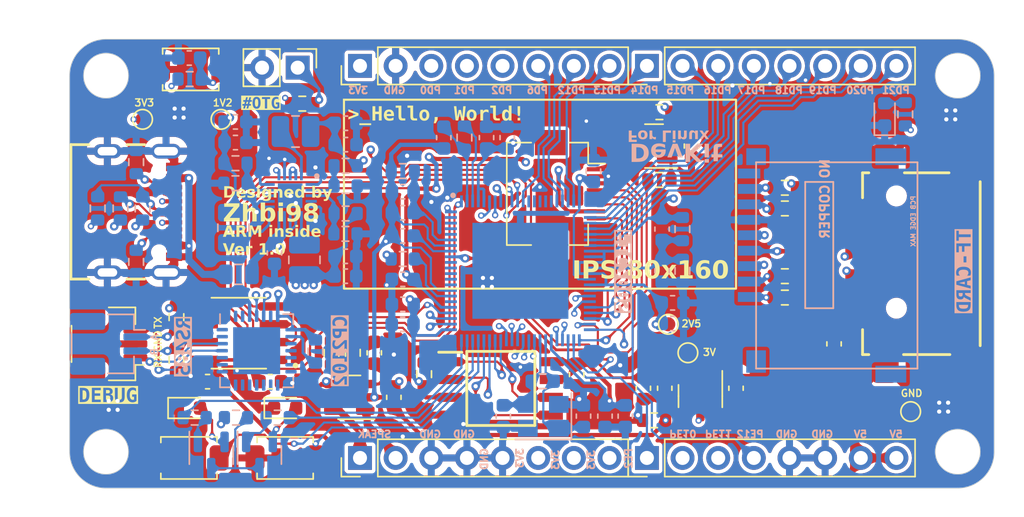
<source format=kicad_pcb>
(kicad_pcb (version 20221018) (generator pcbnew)
  (layers (0 "F.Cu" signal) (1 "In1.Cu" signal) (2 "In2.Cu" signal) (31 "B.Cu" signal) (34 "B.Paste" user) (35 "F.Paste" user) (36 "B.SilkS" user "B.Silkscreen") (37 "F.SilkS" user "F.Silkscreen") (38 "B.Mask" user) (39 "F.Mask" user) (44 "Edge.Cuts" user))
  (net 0 "")
  (net 1 "/OSC_IN")
  (net 2 "GND")
  (net 3 "/OSC_OUT")
  (net 4 "/NRST")
  (net 5 "+1V2")
  (net 6 "+3.3V")
  (net 7 "GNDA")
  (net 8 "+3V0")
  (net 9 "+5V")
  (net 10 "+2V5")
  (net 11 "Net-(IC1-VRA1)")
  (net 12 "Net-(IC1-VRA2)")
  (net 13 "Net-(IC1-SVREF)")
  (net 14 "Net-(C32-Pad1)")
  (net 15 "Net-(U2-IN)")
  (net 16 "Net-(IC1-HPCOMFB)")
  (net 17 "Net-(D1-A)")
  (net 18 "Net-(D2-A)")
  (net 19 "Net-(D3-A)")
  (net 20 "Net-(F1-Pad2)")
  (net 21 "/AUDIO_L")
  (net 22 "Net-(IC1-HPCOM)")
  (net 23 "/PD0")
  (net 24 "/PD1")
  (net 25 "/PD2")
  (net 26 "/RS485_RX")
  (net 27 "/RS485_TX")
  (net 28 "/RS485_DIR")
  (net 29 "/PD6")
  (net 35 "/PD12")
  (net 36 "/PD13")
  (net 37 "/PD14")
  (net 38 "/PD15")
  (net 39 "/PD16")
  (net 40 "/PD17")
  (net 41 "/PD18")
  (net 42 "/PD19")
  (net 43 "/PD20")
  (net 44 "/PD21")
  (net 45 "/PE12")
  (net 46 "/PE11")
  (net 47 "/PE10")
  (net 48 "/LCD_SCL")
  (net 49 "/LCD_SDA")
  (net 50 "/LCD_CS")
  (net 51 "/LCD_PWM")
  (net 52 "/LCD_RST")
  (net 53 "/LCD_RS")
  (net 54 "/USB_ID")
  (net 55 "/PE2")
  (net 56 "/DEBUG_UART_TX")
  (net 57 "/DEBUG_UART_RX")
  (net 58 "/SD_D2")
  (net 59 "/SD_D3")
  (net 60 "/SD_CMD")
  (net 61 "/SD_CLK")
  (net 62 "/SD_D0")
  (net 63 "/SD_D1")
  (net 64 "/SPI_CLK")
  (net 65 "/SPI_CS")
  (net 66 "/SPI_MISO")
  (net 67 "/SPI_MOSI")
  (net 68 "/KEY2")
  (net 69 "/KEY1")
  (net 70 "/LED2")
  (net 71 "/LED1")
  (net 72 "/USBC_DN")
  (net 73 "/USBC_DP")
  (net 75 "Net-(IC1-TV_VCC)")
  (net 85 "/AUDIO_R")
  (net 86 "Net-(IC2-FB3)")
  (net 87 "Net-(IC2-FB2)")
  (net 88 "Net-(IC2-LX2)")
  (net 89 "Net-(IC2-LX1)")
  (net 90 "Net-(IC2-FB1)")
  (net 91 "Net-(IC2-LX3)")
  (net 92 "/interface/USB_DN")
  (net 93 "/interface/USB_DP")
  (net 94 "Net-(J4-CC1)")
  (net 96 "Net-(J4-CC2)")
  (net 97 "/interface/CP2102_DN")
  (net 98 "/interface/CP2102_DP")
  (net 100 "Net-(J6-01)")
  (net 101 "/SPEAKER_N")
  (net 102 "/SPEAKER_P")
  (net 103 "Net-(J12-01)")
  (net 104 "Net-(J12-02)")
  (net 105 "Net-(Q1-B)")
  (net 106 "Net-(Q1-C)")
  (net 107 "Net-(Q2-B)")
  (net 108 "Net-(Q3-B)")
  (net 109 "Net-(Q3-C)")
  (net 110 "Net-(U3-~{RST})")
  (footprint "Resistor_SMD:R_0603_1608Metric" (layer "F.Cu") (at 133.096 104.013 90)
    (fp_text reference "R29" hide)
    (fp_text value "10K")
  )
  (footprint "Connector_PinHeader_2.54mm:PinHeader_1x02_P2.54mm_Vertical" (layer "F.Cu") (at 124.084 82.169 -90)
    (fp_text reference "J7" hide)
    (fp_text value "Conn")
  )
  (footprint "Capacitor_SMD:C_0603_1608Metric" (layer "F.Cu") (at 150.241 105.016 90)
    (fp_text reference "C7" hide)
    (fp_text value "10uF")
  )
  (footprint "Resistor_SMD:R_0603_1608Metric" (layer "F.Cu") (at 149.86 90.17)
    (fp_text reference "R24" hide)
    (fp_text value "1k")
  )
  (footprint "Package_TO_SOT_SMD:SOT-23-3" (layer "F.Cu") (at 152.781 105.574 -90)
    (fp_text reference "U1" hide)
    (fp_text value "XC6206")
  )
  (footprint "Connector_PinHeader_2.54mm:PinHeader_1x08_P2.54mm_Vertical" (layer "F.Cu") (at 148.971 82.042 90)
    (fp_text reference "J9" hide)
    (fp_text value "~")
  )
  (footprint "3rd_Connector_JST_SMD:CONN-SMD_1x3P-P1.0-H_WAFER-SH1.0-3PWB" (layer "F.Cu") (at 110.617 101.854 90)
    (fp_text reference "J2" hide)
    (fp_text value "DBUG UART")
  )
  (footprint "3rd_Connector_USB_SMD:USB-C-SMD_16P_USB4105-GF-A" (layer "F.Cu") (at 110.522 92.4445 -90)
    (fp_text reference "J4" hide)
    (fp_text value "USBC 2.0")
  )
  (footprint "Capacitor_SMD:C_0603_1608Metric" (layer "F.Cu") (at 155.321 105.016 -90)
    (fp_text reference "C5" hide)
    (fp_text value "10uF")
  )
  (footprint "TestPoint:TestPoint_Pad_D1.0mm" (layer "F.Cu") (at 113.03 85.852)
    (fp_text reference "TP1" hide)
    (fp_text value "3.3V")
  )
  (footprint "Resistor_SMD:R_0603_1608Metric" (layer "F.Cu") (at 158.8008 90.7288)
    (fp_text reference "R6" hide)
    (fp_text value "10k")
  )
  (footprint "Capacitor_SMD:C_0603_1608Metric" (layer "F.Cu") (at 148.717 105.016 90)
    (fp_text reference "C8" hide)
    (fp_text value "0.1uF")
  )
  (footprint "Capacitor_SMD:C_0603_1608Metric" (layer "F.Cu") (at 162.306 101.854 -90)
    (fp_text reference "C31" hide)
    (fp_text value "10uF")
  )
  (footprint "TestPoint:TestPoint_Pad_D1.0mm" (layer "F.Cu") (at 150.495 100.457)
    (fp_text reference "TP3" hide)
    (fp_text value "2.5V")
  )
  (footprint "Resistor_SMD:R_0603_1608Metric" (layer "F.Cu") (at 158.8008 97.028)
    (fp_text reference "R20" hide)
    (fp_text value "10k")
  )
  (footprint "Capacitor_SMD:C_0603_1608Metric" (layer "F.Cu") (at 130.937 105.664 90)
    (fp_text reference "C33" hide)
    (fp_text value "10uF")
  )
  (footprint "TestPoint:TestPoint_Pad_D1.0mm" (layer "F.Cu") (at 118.618 85.852)
    (fp_text reference "TP4" hide)
    (fp_text value "1.2V")
  )
  (footprint "Resistor_SMD:R_0603_1608Metric" (layer "F.Cu") (at 115.443 99.949 -90)
    (fp_text reference "R35" hide)
    (fp_text value "12K")
  )
  (footprint "Connector_FFC-FPC:Hirose_FH12-8S-0.5SH_1x08-1MP_P0.50mm_Horizontal" (layer "F.Cu") (at 143.4846 91.1606 -90)
    (fp_text reference "J6" hide)
    (fp_text value "LCD")
  )
  (footprint "Resistor_SMD:R_0603_1608Metric" (layer "F.Cu") (at 158.8008 92.202)
    (fp_text reference "R19" hide)
    (fp_text value "10k")
  )
  (footprint "Capacitor_SMD:C_0603_1608Metric" (layer "F.Cu") (at 143.9672 104.0384 -90)
    (fp_text reference "C30" hide)
    (fp_text value "0.1uF")
  )
  (footprint "LED_SMD:LED_0603_1608Metric" (layer "F.Cu") (at 116.332 106.426)
    (fp_text reference "D1" hide)
    (fp_text value "GREEN LED")
  )
  (footprint "Package_TO_SOT_SMD:SOT-23" (layer "F.Cu") (at 149.479 87.757 180)
    (fp_text reference "Q3" hide)
    (fp_text value "8050-Y1")
  )
  (footprint "3rd_Button_Switch_SMD:KEY-SMD_2P_L4.0-W3.0-V_K2-1807SN-A3DW-06" (layer "F.Cu") (at 116.459 82.296)
    (fp_text reference "S3" hide)
    (fp_text value "KEY-RST")
  )
  (footprint "3rd_Button_Switch_SMD:KEY-SMD_2P_L4.0-W3.0-V_K2-1807SN-A3DW-06" (layer "F.Cu") (at 123.19 109.982)
    (fp_text reference "S1" hide)
    (fp_text value "KEY2")
  )
  (footprint "3rd_Interface_UART:SOIC-8_L5.0-W3.9-P1.27_SN75176BDR" (layer "F.Cu") (at 119.888 101.092 180)
    (fp_text reference "U4" hide)
    (fp_text value "SN75176BDR")
  )
  (footprint "TestPoint:TestPoint_Pad_D1.0mm" (layer "F.Cu") (at 151.892 102.489)
    (fp_text reference "TP2" hide)
    (fp_text value "3.0V")
  )
  (footprint "3rd_Memory_Flash:SOIC-8_L4.8-W5.8-P1.27_W25Q32JVSS" (layer "F.Cu") (at 138.557 105.029)
    (fp_text reference "IC3" hide)
    (fp_text value "W25Q32JVSSIQ" hide)
  )
  (footprint "Connector_PinHeader_2.54mm:PinHeader_1x08_P2.54mm_Vertical" (layer "F.Cu") (at 128.524 82.042 90)
    (fp_text reference "J8" hide)
    (fp_text value "~")
  )
  (footprint "Connector_PinHeader_2.54mm:PinHeader_1x08_P2.54mm_Vertical" (layer "F.Cu") (at 148.971 109.982 90)
    (fp_text reference "J11" hide)
    (fp_text value "~")
  )
  (footprint "Resistor_SMD:R_0603_1608Metric" (layer "F.Cu") (at 124.4092 84.7344 180)
    (fp_text reference "R30" hide)
    (fp_text value "47k")
  )
  (footprint "Resistor_SMD:R_0603_1608Metric" (layer "F.Cu") (at 128.016 102.489 -90)
    (fp_text reference "R31" hide)
    (fp_text value "150k")
  )
  (footprint "LED_SMD:LED_0603_1608Metric" (layer "F.Cu") (at 123.19 106.426)
    (fp_text reference "D2" hide)
    (fp_text value "YELLOW LED")
  )
  (footprint "Package_TO_SOT_SMD:SOT-23-6" (layer "F.Cu") (at 127.762 105.664 180)
    (fp_text reference "U2" hide)
    (fp_text value "PAM8301")
  )
  (footprint "3rd_Connector_USB_SMD:USB-A-SMD_4P_915-111A2028S10202" (layer "F.Cu") (at 168.91 96.139 90)
    (fp_text reference "J1" hide)
    (fp_text value "USBA")
  )
  (footprint "TestPoint:TestPoint_Pad_D1.0mm" (layer "F.Cu") (at 167.767 106.68)
    (fp_text reference "TP5" hide)
    (fp_text value "GND")
  )
  (footprint "Resistor_SMD:R_0603_1608Metric" (layer "F.Cu") (at 149.479 107.302)
    (fp_text reference "R15" hide)
    (fp_text value "0R")
  )
  (footprint "3rd_Button_Switch_SMD:KEY-SMD_2P_L4.0-W3.0-V_K2-1807SN-A3DW-06" (layer "F.Cu") (at 116.332 109.982)
    (fp_text reference "S2" hide)
    (fp_text value "KEY1")
  )
  (footprint "Resistor_SMD:R_0603_1608Metric" (layer "F.Cu") (at 115.443 102.997 -90)
    (fp_text reference "R36" hide)
    (fp_text value "12K")
  )
  (footprint "Connector_PinHeader_2.54mm:PinHeader_1x08_P2.54mm_Vertical" (layer "F.Cu") (at 128.524 109.982 90)
    (fp_text reference "J10" hide)
    (fp_text value "~")
  )
  (footprint "Resistor_SMD:R_0603_1608Metric" (layer "F.Cu") (at 149.86 85.344 180)
    (fp_text reference "R23" hide)
    (fp_text value "100R")
  )
  (footprint "Capacitor_SMD:C_0603_1608Metric" (layer "F.Cu") (at 152.146 87.757 -90)
    (fp_text reference "C14" hide)
    (fp_text value "20pF")
  )
  (footprint "Capacitor_SMD:C_0603_1608Metric" (layer "F.Cu") (at 122.1302 104.5464)
    (fp_text reference "C36" hide)
    (fp_text value "0.1uF")
  )
  (footprint "Resistor_SMD:R_0603_1608Metric" (layer "F.Cu") (at 126.492 102.489 -90)
    (fp_text reference "R32" hide)
    (fp_text value "150k")
  )
  (footprint "Resistor_SMD:R_0603_1608Metric" (layer "F.Cu") (at 158.8008 98.552)
    (fp_text reference "R21" hide)
    (fp_text value "10k")
  )
  (footprint "Capacitor_SMD:C_0603_1608Metric" (layer "F.Cu") (at 129.54 102.489 -90)
    (fp_text reference "C32" hide)
    (fp_text value "1uF")
  )
  (footprint "Capacitor_SMD:C_0603_1608Metric" (layer "F.Cu") (at 117.6598 104.5464 180)
    (fp_text reference "C35" hide)
    (fp_text value "10uF")
  )
  (footprint "Resistor_SMD:R_0603_1608Metric" (layer "B.Cu") (at 112.5728 88.9 90)
    (fp_text reference "R8" hide)
    (fp_text value "5.1K")
  )
  (footprint "Capacitor_SMD:C_0603_1608Metric" (layer "B.Cu") (at 127.498 87.654)
    (fp_text reference "C10" hide)
    (fp_text value "10uF")
  )
  (footprint "Capacitor_SMD:C_0603_1608Metric" (layer "B.Cu") (at 150.0501 93.6752 90)
    (fp_text reference "C27" hide)
    (fp_text value "0.1uF")
  )
  (footprint "Capacitor_SMD:C_0603_1608Metric" (layer "B.Cu") (at 119.648 86.0348)
    (fp_text reference "C4" hide)
    (fp_text value "0.1uF")
  )
  (footprint "Resistor_SMD:R_0603_1608Metric" (layer "B.Cu") (at 127.498 89.159)
    (fp_text reference "R17" hide)
    (fp_text value "95k")
  )
  (footprint "Package_TO_SOT_SMD:SOT-23" (layer "B.Cu") (at 117.922 109.7765 -90)
    (fp_text reference "Q1" hide)
    (fp_text value "8050-Y1")
  )
  (footprint "Resistor_SMD:R_0603_1608Metric" (layer "B.Cu") (at 116.3828 82.9818)
    (fp_text reference "R2" hide)
    (fp_text value "10K")
  )
  (footprint "Resistor_SMD:R_0603_1608Metric" (layer "B.Cu") (at 125.349 102.402 90)
    (fp_text reference "R33" hide)
    (fp_text value "10k")
  )
  (footprint "Resistor_SMD:R_0603_1608Metric" (layer "B.Cu") (at 119.648 88.9812 180)
    (fp_text reference "R13" hide)
    (fp_text value "100k")
  )
  (footprint "Resistor_SMD:R_0603_1608Metric" (layer "B.Cu") (at 127.484 94.0118 180)
    (fp_text reference "R22" hide)
    (fp_text value "110k")
  )
  (footprint "Resistor_SMD:R_0603_1608Metric" (layer "B.Cu") (at 119.6868 107.1095)
    (fp_text reference "R4" hide)
    (fp_text value "120R")
  )
  (footprint "LED_SMD:LED_0603_1608Metric" (layer "B.Cu") (at 165.9128 85.4964 90)
    (fp_text reference "D3" hide)
    (fp_text value "POWER LED")
  )
  (footprint "Capacitor_SMD:C_0603_1608Metric" (layer "B.Cu") (at 131.572 92.51)
    (fp_text reference "C17" hide)
    (fp_text value "0.1uF")
  )
  (footprint "Package_TO_SOT_SMD:SOT-23" (layer "B.Cu") (at 121.3612 109.7742 -90)
    (fp_text reference "Q2" hide)
    (fp_text value "8050-Y1")
  )
  (footprint "Resistor_SMD:R_0603_1608Metric" (layer "B.Cu") (at 141.545 104.516)
    (fp_text reference "R1" hide)
    (fp_text value "10M")
  )
  (footprint "Capacitor_SMD:C_0603_1608Metric" (layer "B.Cu") (at 134.493 87.154 -90)
    (fp_text reference "C34" hide)
    (fp_text value "0.1uF")
  )
  (footprint "Resistor_SMD:R_0603_1608Metric" (layer "B.Cu") (at 109.8296 92.202 90)
    (fp_text reference "R11" hide)
    (fp_text value "1K")
  )
  (footprint "3rd_Package_QFN:QFN-20_L2.90-W2.90-P0.40_EA3036QBR" (layer "B.Cu") (at 123.547 91.294 180)
    (fp_text reference "IC2" hide)
    (fp_text value "EA3036QBR" hide)
  )
  (footprint "Resistor_SMD:R_0603_1608Metric" (layer "B.Cu") (at 151.4979 93.6752 -90)
    (fp_text reference "R27" hide)
    (fp_text value "2k")
  )
  (footprint "Capacitor_SMD:C_0603_1608Metric" (layer "B.Cu") (at 138.7364 107.004 -90)
    (fp_text reference "C2" hide)
    (fp_text value "20pF")
  )
  (footprint "Capacitor_SMD:C_0603_1608Metric" (layer "B.Cu") (at 127.484 97.028)
    (fp_text reference "C11" hide)
    (fp_text value "10uF")
  )
  (footprint "Capacitor_SMD:C_0603_1608Metric" (layer "B.Cu") (at 145.161 89.535 90)
    (fp_text reference "C29" hide)
    (fp_text value "0.1uF")
  )
  (footprint "Capacitor_SMD:C_0603_1608Metric" (layer "B.Cu") (at 119.648 87.508)
    (fp_text reference "C6" hide)
    (fp_text value "10uF")
  )
  (footprint "Resistor_SMD:R_0603_1608Metric" (layer "B.Cu") (at 113.03 92.202 90)
    (fp_text reference "R10" hide)
    (fp_text value "20R")
  )
  (footprint "Capacitor_SMD:C_0603_1608Metric" (layer "B.Cu") (at 145.9822 107.004 -90)
    (fp_text reference "C24" hide)
    (fp_text value "0.1uF")
  )
  (footprint "Resistor_SMD:R_0603_1608Metric" (layer "B.Cu") (at 131.572 95.8056)
    (fp_text reference "R25" hide)
    (fp_text value "0R")
  )
  (footprint "3rd_Connector_JST_SMD:CONN-SMD_1x2P-P1.0-H_WAFER-SH1.0-2PWB" (layer "B.Cu") (at 110.617 101.854 -90)
    (fp_text reference "J12" hide)
    (fp_text value "RS485")
  )
  (footprint "Resistor_SMD:R_0603_1608Metric" (layer "B.Cu") (at 112.5728 96.012 90)
    (fp_text reference "R7" hide)
    (fp_text value "5.1K")
  )
  (footprint "Capacitor_SMD:C_0603_1608Metric" (layer "B.Cu") (at 144.4514 107.004 90)
    (fp_text reference "C1" hide)
    (fp_text value "20pF")
  )
  (footprint "Capacitor_SMD:C_0603_1608Metric" (layer "B.Cu") (at 139.0142 87.154 90)
    (fp_text reference "C22" hide)
    (fp_text value "10uF")
  )
  (footprint "Crystal:Crystal_SMD_3225-4Pin_3.2x2.5mm" (layer "B.Cu") (at 141.588 107.017 180)
    (fp_text reference "Y1" hide)
    (fp_text value "3225 24M 12PF 10PPM")
  )
  (footprint "Inductor_SMD:L_1008_2520Metric" (layer "B.Cu") (at 119.504 93.58 -90)
    (fp_text reference "L1" hide)
    (fp_text value "2.2uH")
  )
  (footprint "Resistor_SMD:R_0603_1608Metric" (layer "B.Cu") (at 131.572 89.5382)
    (fp_text reference "R26" hide)
    (fp_text value "200k")
  )
  (footprint "Capacitor_SMD:C_0603_1608Metric" (layer "B.Cu") (at 150.8001 100.4062)
    (fp_text reference "C26" hide)
    (fp_text value "10uF")
  )
  (footprint "Resistor_SMD:R_0603_1608Metric" (layer "B.Cu") (at 127.498 90.6018 180)
    (fp_text reference "R16" hide)
    (fp_text value "30k")
  )
  (footprint "Resistor_SMD:R_0603_1608Metric" (layer "B.Cu") (at 111.4552 92.202 90)
    (fp_text reference "R9" hide)
    (fp_text value "20R")
  )
  (footprint "Resistor_SMD:R_0603_1608Metric" (layer "B.Cu") (at 135.9662 87.154 90)
    (fp_text reference "R34" hide)
    (fp_text value "22R")
  )
  (footprint "3rd_Package_QFN:QFN-88_L10.0-W10.0-P0.40_F1C200S" (layer "B.Cu") (at 139.954 96.647 -90)
    (fp_text reference "IC1" hide)
    (fp_text value "F1C200S" hide)
  )
  (footprint "Resistor_SMD:R_0603_1608Metric" (layer "B.Cu") (at 127.498 92.564)
    (fp_text reference "R18" hide)
    (fp_text value "510k")
  )
  (footprint "Capacitor_SMD:C_0603_1608Metric" (layer "B.Cu") (at 127.498 86.13)
    (fp_text reference "C12" hide)
    (fp_text value "0.1uF")
  )
  (footprint "Capacitor_SMD:C_0603_1608Metric" (layer "B.Cu") (at 147.43 107.004 -90)
    (fp_text reference "C23" hide)
    (fp_text value "10uF")
  )
  (footprint "Capacitor_SMD:C_0603_1608Metric" (layer "B.Cu") (at 127.484 95.612)
    (fp_text reference "C13" hide)
    (fp_text value "0.1uF")
  )
  (footprint "Resistor_SMD:R_0603_1608Metric" (layer "B.Cu") (at 151.4979 96.647 -90)
    (fp_text reference "R28" hide)
    (fp_text value "2k")
  )
  (footprint "Inductor_SMD:L_1008_2520Metric" (layer "B.Cu") (at 124.563 95.866 90)
    (fp_text reference "L3" hide)
    (fp_text value "2.2uH")
  )
  (footprint "Package_DFN_QFN:QFN-28-1EP_5x5mm_P0.5mm_EP3.35x3.35mm" (layer "B.Cu") (at 121.158 102.339 -90)
    (fp_text reference "U3" hide)
    (fp_text value "CP2102N")
  )
  (footprint "Resistor_SMD:R_0603_1608Metric" (layer "B.Cu") (at 116.7404 107.1095 180)
    (fp_text reference "R3" hide)
    (fp_text value "220R")
  )
  (footprint "Capacitor_SMD:C_0603_1608Metric" (layer "B.Cu") (at 150.0501 96.647 90)
    (fp_text reference "C28" hide)
    (fp_text value "0.1uF")
  )
  (footprint "Resistor_SMD:R_0603_1608Metric" (layer "B.Cu") (at 119.648 90.405)
    (fp_text reference "R14" hide)
    (fp_text value "100k")
  )
  (footprint "Capacitor_SMD:C_0603_1608Metric" (layer "B.Cu") (at 131.572 94.1578)
    (fp_text reference "C16" hide)
    (fp_text value "1uF")
  )
  (footprint "Capacitor_SMD:C_0603_1608Metric" (layer "B.Cu") (at 150.8001 98.933)
    (fp_text reference "C25" hide)
    (fp_text value "0.1uF")
  )
  (footprint "Fuse:Fuse_0805_2012Metric" (layer "B.Cu") (at 119.888 96.901 180)
    (fp_text reference "F1" hide)
    (fp_text value "SMD0805-050")
  )
  (footprint "Capacitor_SMD:C_0603_1608Metric" (layer "B.Cu") (at 131.572 97.2534 180)
    (fp_text reference "C15" hide)
    (fp_text value "0.1uF")
  )
  (footprint "Capacitor_SMD:C_0603_1608Metric" (layer "B.Cu") (at 122.428 95.377 -90)
    (fp_text reference "C9" hide)
    (fp_text value "10uF")
  )
  (footprint "Capacitor_SMD:C_0603_1608Metric" (layer "B.Cu") (at 116.3574 81.4832 180)
    (fp_text reference "C3" hide)
    (fp_text value "1uF")
  )
  (footprint "Resistor_SMD:R_0603_1608Metric" (layer "B.Cu") (at 167.3805 85.4964 90)
    (fp_text reference "R12" hide)
    (fp_text value "1k")
  )
  (footprint "Capacitor_SMD:C_0603_1608Metric" (layer "B.Cu") (at 137.541 87.154 90)
    (fp_text reference "C21" hide)
    (fp_text value "0.1uF")
  )
  (footprint "3rd_Socket:TF-SMD_112J-TDAR-R01" (layer "B.Cu") (at 166.751 91.313 -90)
    (fp_text reference "J5" hide)
    (fp_text value "Micro_SD_Card")
  )
  (footprint "Capacitor_SMD:C_0603_1608Metric" (layer "B.Cu") (at 131.5596 100.457 180)
    (fp_text reference "C19" hide)
    (fp_text value "0.1uF")
  )
  (footprint "Capacitor_SMD:C_0603_1608Metric" (layer "B.Cu") (at 131.572 91.0114)
    (fp_text reference "C18" hide)
    (fp_text value "10uF")
  )
  (footprint "Capacitor_SMD:C_0603_1608Metric" (layer "B.Cu") (at 131.572 99.0346 180)
    (fp_text reference "C20" hide)
    (fp_text value "10uF")
  )
  (footprint "Inductor_SMD:L_1008_2520Metric" (layer "B.Cu") (at 123.928 86.722 180)
    (fp_text reference "L2" hide)
    (fp_text value "2.2uH")
  )
  (footprint "Resistor_SMD:R_0603_1608Metric" (layer "B.Cu") (at 122.6586 107.1095)
    (fp_text reference "R5" hide)
    (fp_text value "220R")
  )
  (gr_rect (start 127.381 84.455) (end 155.321 97.917) (stroke (width 0.15)) (fill none) (layer "F.SilkS"))
  (gr_circle (center 110.423478 109.540522) (end 112.023478 109.540522) (stroke (width 0.05)) (fill none) (layer "Edge.Cuts"))
  (gr_line (start 171.123478 112.140522) (end 110.423478 112.140522) (stroke (width 0.05)) (layer "Edge.Cuts"))
  (gr_line (start 173.723478 82.740522) (end 173.723478 109.540522) (stroke (width 0.05)) (layer "Edge.Cuts"))
  (gr_arc (start 173.723478 109.540522) (mid 172.961956 111.379) (end 171.123478 112.140522) (stroke (width 0.05)) (layer "Edge.Cuts"))
  (gr_line (start 107.823478 109.540522) (end 107.823478 82.740522) (stroke (width 0.05)) (layer "Edge.Cuts"))
  (gr_circle (center 110.423478 82.740522) (end 112.023478 82.740522) (stroke (width 0.05)) (fill none) (layer "Edge.Cuts"))
  (gr_circle (center 171.123478 109.540522) (end 172.723478 109.540522) (stroke (width 0.05)) (fill none) (layer "Edge.Cuts"))
  (gr_arc (start 107.823478 82.740522) (mid 108.585 80.902044) (end 110.423478 80.140522) (stroke (width 0.05)) (layer "Edge.Cuts"))
  (gr_arc (start 171.123478 80.140522) (mid 172.961956 80.902044) (end 173.723478 82.740522) (stroke (width 0.05)) (layer "Edge.Cuts"))
  (gr_line (start 110.423478 80.140522) (end 171.123478 80.140522) (stroke (width 0.05)) (layer "Edge.Cuts"))
  (gr_circle (center 171.123478 82.740522) (end 172.723478 82.740522) (stroke (width 0.05)) (fill none) (layer "Edge.Cuts"))
  (gr_arc (start 110.423478 112.140522) (mid 108.585 111.379) (end 107.823478 109.540522) (stroke (width 0.05)) (layer "Edge.Cuts"))
  (gr_text "PE10" (at 150.495 107.95 180) (layer "B.SilkS") (effects (font (size 0.5 0.5) (thickness 0.125)) (justify left bottom mirror)))
  (gr_text "3V3" (at 140.208 109.22 90) (layer "B.SilkS") (effects (font (size 0.5 0.5) (thickness 0.125)) (justify left bottom mirror)))
  (gr_text "5V" (at 167.259 108.585) (layer "B.SilkS") (effects (font (size 0.5 0.5) (thickness 0.125)) (justify left bottom mirror)))
  (gr_text "3V3" (at 129.159 84.074) (layer "B.SilkS") (effects (font (size 0.5 0.5) (thickness 0.125)) (justify left bottom mirror)))
  (gr_text "PD12" (at 144.653 84.074) (layer "B.SilkS") (effects (font (size 0.5 0.5) (thickness 0.125)) (justify left bottom mirror)))
  (gr_text "PD1" (at 136.779 84.074) (layer "B.SilkS") (effects (font (size 0.5 0.5) (thickness 0.125)) (justify left bottom mirror)))
  (gr_text "PE2" (at 147.955 109.22 90) (layer "B.SilkS") (effects (font (size 0.5 0.5) (thickness 0.125)) (justify left bottom mirror)))
  (gr_text "PD14" (at 149.86 84.074) (layer "B.SilkS") (effects (font (size 0.5 0.5) (thickness 0.125)) (justify left bottom mirror)))
  (gr_text "GND" (at 159.766 108.585) (layer "B.SilkS") (effects (font (size 0.5 0.5) (thickness 0.125)) (justify left bottom mirror)))
  (gr_text "PD2" (at 139.446 84.074) (layer "B.SilkS") (effects (font (size 0.5 0.5) (thickness 0.125)) (justify left bottom mirror)))
  (gr_text "GND" (at 137.668 109.22 90) (layer "B.SilkS") (effects (font (size 0.5 0.5) (thickness 0.125)) (justify left bottom mirror)))
  (gr_text "GND" (at 134.366 108.585) (layer "B.SilkS") (effects (font (size 0.5 0.5) (thickness 0.125)) (justify left bottom mirror)))
  (gr_text "DevKit" (at 147.717 87.376 180) (layer "B.SilkS") (effects (font (size 1.27 1.27) (thickness 0.2) bold italic) (justify left bottom mirror)))
  (gr_text "CP2102" (at 127.762 99.822 90) (layer "B.SilkS" knockout) (effects (font (size 1 1) (thickness 0.2) bold) (justify left bottom mirror)))
  (gr_text "PD18" (at 160.147 84.074) (layer "B.SilkS") (effects (font (size 0.5 0.5) (thickness 0.125)) (justify left bottom mirror)))
  (gr_text "PE12" (at 157.353 108.585) (layer "B.SilkS") (effects (font (size 0.5 0.5) (thickness 0.125)) (justify left bottom mirror)))
  (gr_text "PD19" (at 162.56 84.074) (layer "B.SilkS") (effects (font (size 0.5 0.5) (thickness 0.125)) (justify left bottom mirror)))
  (gr_text "PD13" (at 147.193 84.074) (layer "B.SilkS") (effects (font (size 0.5 0.5) (thickness 0.125)) (justify left bottom mirror)))
  (gr_text "PD15" (at 152.4 84.074) (layer "B.SilkS") (effects (font (size 0.5 0.5) (thickness 0.125)) (justify left bottom mirror)))
  (gr_text "PD6" (at 141.986 84.074) (layer "B.SilkS") (effects (font (size 0.5 0.5) (thickness 0.125)) (justify left bottom mirror)))
  (gr_text "F1C200S" (at 147.955 93.726 90) (layer "B.SilkS" knockout) (effects (font (size 1 1) (thickness 0.2) bold) (justify left bottom mirror)))
  (gr_text "3V3" (at 145.288 109.347 90) (layer "B.SilkS") (effects (font (size 0.5 0.5) (thickness 0.125)) (justify left bottom mirror)))
  (gr_text "PD0" (at 134.366 84.074) (layer "B.SilkS") (effects (font (size 0.5 0.5) (thickness 0.125)) (justify left bottom mirror)))
  (gr_text "PD16" (at 155.067 84.074) (layer "B.SilkS") (effects (font (size 0.5 0.5) (thickness 0.125)) (justify left bottom mirror)))
  (gr_text "GND" (at 136.779 108.585) (layer "B.SilkS") (effects (font (size 0.5 0.5) (thickness 0.125)) (justify left bottom mirror)))
  (gr_text "B" (at 114.173 102.108 90) (layer "B.SilkS") (effects (font (size 0.5 0.5) (thickness 0.1)) (justify left bottom mirror)))
  (gr_text "PE11" (at 153.035 107.95 180) (layer "B.SilkS") (effects (font (size 0.5 0.5) (thickness 0.125)) (justify left bottom mirror)))
  (gr_text "For Linux" (at 147.574 86.514 180) (layer "B.SilkS") (effects (font (size 0.8 0.8) (thickness 0.2) bold italic) (justify left bottom mirror)))
  (gr_text "3V3" (at 142.748 109.347 90) (layer "B.SilkS") (effects (font (size 0.5 0.5) (thickness 0.125)) (justify left bottom mirror)))
  (gr_text "PD20" (at 165.227 84.074) (layer "B.SilkS") (effects (font (size 0.5 0.5) (thickness 0.125)) (justify left bottom mirror)))
  (gr_text "GND" (at 131.826 84.074) (layer "B.SilkS") (effects (font (size 0.5 0.5) (thickness 0.125)) (justify left bottom mirror)))
  (gr_text "PD21" (at 167.767 84.074) (layer "B.SilkS") (effects (font (size 0.5 0.5) (thickness 0.125)) (justify left bottom mirror)))
  (gr_text "TF-CARD" (at 172.212 93.726 90) (layer "B.SilkS" knockout) (effects (font (size 1 1) (thickness 0.2) bold) (justify left bottom mirror)))
  (gr_text "SPEAK" (at 130.81 108.585) (layer "B.SilkS") (effects (font (size 0.5 0.5) (thickness 0.125)) (justify left bottom mirror)))
  (gr_text "A" (at 114.173 101.092 90) (layer "B.SilkS") (effects (font (size 0.5 0.5) (thickness 0.1)) (justify left bottom mirror)))
  (gr_text "PD17" (at 157.48 84.074) (layer "B.SilkS") (effects (font (size 0.5 0.5) (thickness 0.125)) (justify left bottom mirror)))
  (gr_text "GND" (at 162.306 108.585) (layer "B.SilkS") (effects (font (size 0.5 0.5) (thickness 0.125)) (justify left bottom mirror)))
  (gr_text "5V" (at 164.719 108.585) (layer "B.SilkS") (effects (font (size 0.5 0.5) (thickness 0.125)) (justify left bottom mirror)))
  (gr_text "RS485" (at 116.586 99.949 90) (layer "B.SilkS" knockout) (effects (font (size 1 1) (thickness 0.2) bold) (justify left bottom mirror)))
  (gr_text "GND" (at 167.005 105.664) (layer "F.SilkS") (effects (font (size 0.5 0.5) (thickness 0.1) bold) (justify left bottom)))
  (gr_text "Zhbi98" (at 118.745 93.345) (layer "F.SilkS") (effects (font (size 1.27 1.27) (thickness 0.2) bold italic) (justify left bottom)))
  (gr_text "Ver 1.0" (at 118.745 95.631) (layer "F.SilkS") (effects (font (size 0.8 0.8) (thickness 0.2) bold italic) (justify left bottom)))
  (gr_text "Designed by" (at 118.745 91.567) (layer "F.SilkS") (effects (font (size 0.8 0.8) (thickness 0.2) bold) (justify left bottom)))
  (gr_text "#OTG" (at 120.142 85.217) (layer "F.SilkS" knockout) (effects (font (size 0.8 0.8) (thickness 0.15) bold) (justify left bottom)))
  (gr_text "TX" (at 114.427 100.838 90) (layer "F.SilkS") (effects (font (size 0.5 0.5) (thickness 0.1) bold) (justify left bottom)))
  (gr_text "3V3" (at 112.395 84.963) (layer "F.SilkS") (effects (font (size 0.5 0.5) (thickness 0.1) bold) (justify left bottom)))
  (gr_text "GND" (at 114.427 102.489 90) (layer "F.SilkS") (effects (font (size 0.5 0.5) (thickness 0.1) bold) (justify left bottom)))
  (gr_text "ARM inside" (at 118.745 94.361) (layer "F.SilkS") (effects (font (size 0.8 0.8) (thickness 0.2) bold) (justify left bottom)))
  (gr_text "2V5" (at 151.384 100.711) (layer "F.SilkS") (effects (font (size 0.5 0.5) (thickness 0.1) bold) (justify left bottom)))
  (gr_text "IPS 80x160" (at 143.637 97.409) (layer "F.SilkS") (effects (font (size 1.27 1.27) (thickness 0.2) bold italic) (justify left bottom)))
  (gr_text ">_Hello, World!" (at 127.635 86.106) (layer "F.SilkS") (effects (font (size 1 1) (thickness 0.2) bold) (justify left bottom)))
  (gr_text "DEBUG" (at 108.458 106.172) (layer "F.SilkS" knockout) (effects (font (size 1 1) (thickness 0.15) bold) (justify left bottom)))
  (gr_text "RX" (at 114.427 103.632 90) (layer "F.SilkS") (effects (font (size 0.5 0.5) (thickness 0.1) bold) (justify left bottom)))
  (gr_text "1V2" (at 117.983 84.963) (layer "F.SilkS") (effects (font (size 0.5 0.5) (thickness 0.1) bold) (justify left bottom)))
  (gr_text "3V" (at 152.908 102.743) (layer "F.SilkS") (effects (font (size 0.5 0.5) (thickness 0.1) bold) (justify left bottom)))
  (segment (start 141.754 103.9) (end 141.754 101.597) (width 0.152) (layer "B.Cu") (net 1))
  (segment (start 141.588 105.239) (end 142.311 104.516) (width 0.152) (layer "B.Cu") (net 1))
  (segment (start 142.03 107.867) (end 141.588 107.425) (width 0.152) (layer "B.Cu") (net 1))
  (segment (start 144.4514 107.8152) (end 144.3996 107.867) (width 0.152) (layer "B.Cu") (net 1))
  (segment (start 142.688 107.867) (end 142.03 107.867) (width 0.152) (layer "B.Cu") (net 1))
  (segment (start 142.37 104.516) (end 141.754 103.9) (width 0.152) (layer "B.Cu") (net 1))
  (segment (start 144.3996 107.867) (end 142.688 107.867) (width 0.152) (layer "B.Cu") (net 1))
  (segment (start 141.588 107.425) (end 141.588 105.239) (width 0.152) (layer "B.Cu") (net 1))
  (segment (start 115.277 95.6445) (end 115.277 96.1895) (width 0.6) (layer "F.Cu") (net 2))
  (segment (start 145.3346 89.9106) (end 146.224811 89.9106) (width 0.152) (layer "F.Cu") (net 2))
  (segment (start 115.277 89.2445) (end 115.277 88.6995) (width 0.6) (layer "F.Cu") (net 2))
  (segment (start 115.277 88.6995) (end 114.702 88.1245) (width 0.6) (layer "F.Cu") (net 2))
  (segment (start 115.277 96.1895) (end 114.702 96.7645) (width 0.6) (layer "F.Cu") (net 2))
  (via (at 123.571 91.313) (size 0.6) (drill 0.3) (layers "F.Cu" "B.Cu") (net 2))
  (via (at 169.799 106.045) (size 0.6) (drill 0.3) (layers "F.Cu" "B.Cu") (net 2))
  (via (at 148.336 106.934) (size 0.6) (drill 0.3) (layers "F.Cu" "B.Cu") (net 2))
  (via (at 170.434 106.045) (size 0.6) (drill 0.3) (layers "F.Cu" "B.Cu") (net 2))
  (via (at 155.067 83.439) (size 0.6) (drill 0.3) (layers "F.Cu" "B.Cu") (net 2))
  (via (at 123.15825 88.7065) (size 0.45) (drill 0.25) (layers "F.Cu" "B.Cu") (net 2))
  (via (at 137.287 97.155) (size 0.6) (drill 0.3) (layers "F.Cu" "B.Cu") (net 2))
  (via (at 115.316 85.725) (size 0.6) (drill 0.3) (layers "F.Cu" "B.Cu") (net 2))
  (via (at 134.747 91.44) (size 0.6) (drill 0.3) (layers "F.Cu" "B.Cu") (net 2))
  (via (at 115.951 85.09) (size 0.6) (drill 0.3) (layers "F.Cu" "B.Cu") (net 2))
  (via (at 121.158 92.456) (size 0.6) (drill 0.3) (layers "F.Cu" "B.Cu") (net 2))
  (via (at 122.0395 88.633533) (size 0.45) (drill 0.25) (layers "F.Cu" "B.Cu") (net 2))
  (via (at 123.952 91.821) (size 0.6) (drill 0.3) (layers "F.Cu" "B.Cu") (net 2))
  (via (at 144.145 105.791) (size 0.6) (drill 0.3) (layers "F.Cu" "B.Cu") (net 2))
  (via (at 137.287 97.79) (size 0.6) (drill 0.3) (layers "F.Cu" "B.Cu") (net 2))
  (via (at 141.351 90.678) (size 0.45) (drill 0.25) (layers "F.Cu" "B.Cu") (net 2))
  (via (at 157.734 83.312) (size 0.45) (drill 0.25) (layers "F.Cu" "B.Cu") (net 2))
  (via (at 170.307 85.852) (size 0.6) (drill 0.3) (layers "F.Cu" "B.Cu") (net 2))
  (via (at 133.61 91.74) (size 0.6) (drill 0.3) (layers "F.Cu" "B.Cu") (net 2))
  (via (at 116.459 104.14) (size 0.6) (drill 0.3) (layers "F.Cu" "B.Cu") (net 2))
  (via (at 130.429 97.663) (size 0.45) (drill 0.25) (layers "F.Cu" "B.Cu") (net 2))
  (via (at 147.066 103.378) (size 0.6) (drill 0.3) (layers "F.Cu" "B.Cu") (net 2))
  (via (at 135.89 107.569) (size 0.6) (drill 0.3) (layers "F.Cu" "B.Cu") (net 2))
  (via (at 111.252 106.553) (size 0.6) (drill 0.3) (layers "F.Cu" "B.Cu") (net 2))
  (via (at 170.942 85.852) (size 0.6) (drill 0.3) (layers "F.Cu" "B.Cu") (net 2))
  (via (at 125.349 93.091) (size 0.6) (drill 0.3) (layers "F.Cu" "B.Cu") (net 2))
  (via (at 125.349 89.281) (size 0.6) (drill 0.3) (layers "F.Cu" "B.Cu") (net 2))
  (via (at 115.316 85.09) (size 0.6) (drill 0.3) (layers "F.Cu" "B.Cu") (net 2))
  (via (at 131.572 108.458) (size 0.6) (drill 0.3) (layers "F.Cu" "B.Cu") (net 2))
  (via (at 144.653 85.979) (size 0.45) (drill 0.25) (layers "F.Cu" "B.Cu") (net 2))
  (via (at 115.951 85.725) (size 0.6) (drill 0.3) (layers "F.Cu" "B.Cu") (net 2))
  (via (at 130.937 102.616) (size 0.6) (drill 0.3) (layers "F.Cu" "B.Cu") (net 2))
  (via (at 110.617 105.918) (size 0.6) (drill 0.3) (layers "F.Cu" "B.Cu") (net 2))
  (via (at 139.954 103.505) (size 0.45) (drill 0.25) (layers "F.Cu" "B.Cu") (net 2))
  (via (at 137.922 97.155) (size 0.6) (drill 0.3) (layers "F.Cu" "B.Cu") (net 2))
  (via (at 123.698 104.648) (size 0.6) (drill 0.3) (layers "F.Cu" "B.Cu") (net 2))
  (via (at 110.617 106.553) (size 0.6) (drill 0.3) (layers "F.Cu" "B.Cu") (net 2))
  (via (at 170.434 106.68) (size 0.6) (drill 0.3) (layers "F.Cu" "B.Cu") (net 2))
  (via (at 160.274 83.058) (size 0.45) (drill 0.25) (layers "F.Cu" "B.Cu") (net 2))
  (via (at 111.252 105.918) (size 0.6) (drill 0.3) (layers "F.Cu" "B.Cu") (net 2))
  (via (at 170.307 85.217) (size 0.6) (drill 0.3) (layers "F.Cu" "B.Cu") (net 2))
  (via (at 131.88 88.45) (size 0.6) (drill 0.3) (layers "F.Cu" "B.Cu") (net 2))
  (via (at 146.224811 89.9106) (size 0.45) (drill 0.25) (layers "F.Cu" "B.Cu") (net 2))
  (via (at 169.799 106.68) (size 0.6) (drill 0.3) (layers "F.Cu" "B.Cu") (net 2))
  (via (at 137.922 97.79) (size 0.6) (drill 0.3) (layers "F.Cu" "B.Cu") (net 2))
  (via (at 119.761 103.759) (size 0.45) (drill 0.25) (layers "F.Cu" "B.Cu") (net 2))
  (via (at 170.942 85.217) (size 0.6) (drill 0.3) (layers "F.Cu" "B.Cu") (net 2))
  (segment (start 125.622 92.094) (end 125.73 92.202) (width 0.2) (layer "B.Cu") (net 2))
  (segment (start 123.147 88.71775) (end 123.147 89.794) (width 0.2) (layer "B.Cu") (net 2))
  (segment (start 144.3532 106.167) (end 144.4514 106.2652) (width 0.152) (layer "B.Cu") (net 2))
  (segment (start 125.047 92.094) (end 125.622 92.094) (width 0.2) (layer "B.Cu") (net 2))
  (segment (start 122.0395 88.633533) (end 121.932467 88.633533) (width 0.2) (layer "B.Cu") (net 2))
  (segment (start 142.688 106.167) (end 144.267 106.167) (width 0.152) (layer "B.Cu") (net 2))
  (segment (start 125.476 89.281) (end 125.349 89.281) (width 0.2) (layer "B.Cu") (net 2))
  (segment (start 125.047 90.494) (end 125.533 90.494) (width 0.2) (layer "B.Cu") (net 2))
  (segment (start 125.73 92.202) (end 125.73 92.71) (width 0.2) (layer "B.Cu") (net 2))
  (segment (start 125.73 90.297) (end 125.73 89.535) (width 0.2) (layer "B.Cu") (net 2))
  (segment (start 121.158 91.948) (end 121.412 91.694) (width 0.2) (layer "B.Cu") (net 2))
  (segment (start 121.932467 88.633533) (end 121.412 89.154) (width 0.2) (layer "B.Cu") (net 2))
  (segment (start 122.047 91.294) (end 122.047 91.694) (width 0.2) (layer "B.Cu") (net 2))
  (segment (start 144.272 106.172) (end 144.277 106.167) (width 0.152) (layer "B.Cu") (net 2))
  (segment (start 138.7374 107.867) (end 140.488 107.867) (width 0.152) (layer "B.Cu") (net 2))
  (segment (start 125.73 92.71) (end 125.349 93.091) (width 0.2) (layer "B.Cu") (net 2))
  (segment (start 121.412 91.694) (end 122.047 91.694) (width 0.2) (layer "B.Cu") (net 2))
  (segment (start 151.5751 100.4062) (end 151.5751 98.933) (width 0.3) (layer "B.Cu") (net 2))
  (segment (start 125.73 89.535) (end 125.476 89.281) (width 0.2) (layer "B.Cu") (net 2))
  (segment (start 120.423 86.0348) (end 120.423 87.508) (width 0.2) (layer "B.Cu") (net 2))
  (segment (start 144.267 106.167) (end 144.272 106.172) (width 0.152) (layer "B.Cu") (net 2))
  (segment (start 121.482 90.494) (end 122.047 90.494) (width 0.2) (layer "B.Cu") (net 2))
  (segment (start 125.533 90.494) (end 125.73 90.297) (width 0.2) (layer "B.Cu") (net 2))
  (segment (start 121.412 90.424) (end 121.482 90.494) (width 0.2) (layer "B.Cu") (net 2))
  (segment (start 125.047 92.094) (end 125.047 91.694) (width 0.2) (layer "B.Cu") (net 2))
  (segment (start 121.158 92.456) (end 121.158 91.948) (width 0.2) (layer "B.Cu") (net 2))
  (segment (start 144.277 106.167) (end 144.3532 106.167) (width 0.152) (layer "B.Cu") (net 2))
  (segment (start 123.15825 88.7065) (end 123.147 88.71775) (width 0.2) (layer "B.Cu") (net 2))
  (segment (start 121.412 89.154) (end 121.412 90.424) (width 0.2) (layer "B.Cu") (net 2))
  (segment (start 138.7364 107.866) (end 138.7374 107.867) (width 0.152) (layer "B.Cu") (net 2))
  (segment (start 141.372506 101.615506) (end 141.354 101.597) (width 0.152) (layer "B.Cu") (net 3))
  (segment (start 138.8854 106.167) (end 140.488 106.167) (width 0.152) (layer "B.Cu") (net 3))
  (segment (start 140.953 104.749) (end 140.72 104.516) (width 0.152) (layer "B.Cu") (net 3))
  (segment (start 140.953 105.702) (end 140.953 104.749) (width 0.152) (layer "B.Cu") (net 3))
  (segment (start 140.72 104.516) (end 141.372506 103.863494) (width 0.152) (layer "B.Cu") (net 3))
  (segment (start 141.372506 103.863494) (end 141.372506 101.615506) (width 0.152) (layer "B.Cu") (net 3))
  (segment (start 140.488 106.167) (end 140.953 105.702) (width 0.152) (layer "B.Cu") (net 3))
  (segment (start 138.7364 106.316) (end 138.8854 106.167) (width 0.152) (layer "B.Cu") (net 3))
  (segment (start 118.609 82.686) (end 118.609 82.296) (width 0.152) (layer "F.Cu") (net 4))
  (segment (start 126.820196 100.838) (end 127.709196 99.949) (width 0.152) (layer "F.Cu") (net 4))
  (segment (start 120.5005 100.5035) (end 120.5005 102.8925) (width 0.152) (layer "F.Cu") (net 4))
  (segment (start 120.5005 102.8925) (end 121.24 103.632) (width 0.152) (layer "F.Cu") (net 4))
  (segment (start 124.968 101.854) (end 125.984 100.838) (width 0.152) (layer "F.Cu") (net 4))
  (segment (start 127.709196 99.949) (end 132.334 99.949) (width 0.152) (layer "F.Cu") (net 4))
  (segment (start 125.984 100.838) (end 126.820196 100.838) (width 0.152) (layer "F.Cu") (net 4))
  (segment (start 119.311 91.900197) (end 119.311 99.314) (width 0.152) (layer "F.Cu") (net 4))
  (segment (start 132.334 99.949) (end 133.20604 99.07696) (width 0.152) (layer "F.Cu") (net 4))
  (segment (start 121.539 85.471) (end 121.539 89.672196) (width 0.152) (layer "F.Cu") (net 4))
  (segment (start 118.0465 83.2485) (end 118.609 82.686) (width 0.3) (layer "F.Cu") (net 4))
  (segment (start 121.24 103.632) (end 124.333 103.632) (width 0.152) (layer "F.Cu") (net 4))
  (segment (start 118.609 82.541) (end 121.539 85.471) (width 0.152) (layer "F.Cu") (net 4))
  (segment (start 124.968 102.997) (end 124.968 101.854) (width 0.152) (layer "F.Cu") (net 4))
  (segment (start 121.539 89.672196) (end 119.311 91.900197) (width 0.152) (layer "F.Cu") (net 4))
  (segment (start 124.333 103.632) (end 124.968 102.997) (width 0.152) (layer "F.Cu") (net 4))
  (segment (start 133.20604 99.07696) (end 133.3202 99.07696) (width 0.152) (layer "F.Cu") (net 4))
  (segment (start 118.609 82.296) (end 118.609 82.541) (width 0.152) (layer "F.Cu") (net 4))
  (segment (start 119.311 99.314) (end 120.5005 100.5035) (width 0.152) (layer "F.Cu") (net 4))
  (via (at 133.3202 99.07696) (size 0.45) (drill 0.25) (layers "F.Cu" "B.Cu") (net 4))
  (via (at 118.0465 83.2485) (size 0.45) (drill 0.25) (layers "F.Cu" "B.Cu") (net 4))
  (segment (start 134.211392 99.647) (end 135.004 99.647) (width 0.152) (layer "B.Cu") (net 4))
  (segment (start 117.1324 81.4832) (end 117.1324 82.9064) (width 0.3) (layer "B.Cu") (net 4))
  (segment (start 118.0465 83.2485) (end 117.4745 83.2485) (width 0.3) (layer "B.Cu") (net 4))
  (segment (start 117.1324 82.9064) (end 117.2078 82.9818) (width 0.152) (layer "B.Cu") (net 4))
  (segment (start 117.4745 83.2485) (end 117.2078 82.9818) (width 0.152) (layer "B.Cu") (net 4))
  (segment (start 133.3202 99.07696) (end 133.641352 99.07696) (width 0.152) (layer "B.Cu") (net 4))
  (segment (start 133.641352 99.07696) (end 134.211392 99.647) (width 0.152) (layer "B.Cu") (net 4))
  (segment (start 133.5895 88.678) (end 140.108 88.678) (width 0.3) (layer "F.Cu") (net 5))
  (segment (start 131.826 91.429452) (end 132.465452 90.79) (width 0.3) (layer "F.Cu") (net 5))
  (segment (start 118.618 85.852) (end 119.126 85.852) (width 0.152) (layer "F.Cu") (net 5))
  (segment (start 140.108 88.678) (end 140.34 88.91) (width 0.3) (layer "F.Cu") (net 5))
  (segment (start 119.126 85.852) (end 119.253 85.725) (width 0.152) (layer "F.Cu") (net 5))
  (segment (start 131.826 96.901) (end 131.826 91.429452) (width 0.3) (layer "F.Cu") (net 5))
  (segment (start 132.465452 90.79) (end 133.97 90.79) (width 0.3) (layer "F.Cu") (net 5))
  (segment (start 133.44 88.5285) (end 133.5895 88.678) (width 0.3) (layer "F.Cu") (net 5))
  (via (at 140.34 88.91) (size 0.6) (drill 0.3) (layers "F.Cu" "B.Cu") (net 5))
  (via (at 144.185098 90.043) (size 0.6) (drill 0.3) (layers "F.Cu" "B.Cu") (net 5))
  (via (at 131.826 96.901) (size 0.6) (drill 0.3) (layers "F.Cu" "B.Cu") (net 5))
  (via (at 119.253 85.725) (size 0.6) (drill 0.3) (layers "F.Cu" "B.Cu") (net 5))
  (via (at 133.97 90.79) (size 0.6) (drill 0.3) (layers "F.Cu" "B.Cu") (net 5))
  (via (at 133.44 88.5285) (size 0.6) (drill 0.3) (layers "F.Cu" "B.Cu") (net 5))
  (segment (start 144.185098 90.043) (end 144.653 90.043) (width 0.3) (layer "B.Cu") (net 5))
  (segment (start 118.873 88.9312) (end 118.823 88.9812) (width 0.5) (layer "B.Cu") (net 5))
  (segment (start 134.309196 99.247) (end 135.004 99.247) (width 0.2) (layer "B.Cu") (net 5))
  (segment (start 132.347 97.284804) (end 134.309196 99.247) (width 0.2) (layer "B.Cu") (net 5))
  (segment (start 144.154 91.697) (end 144.154 90.074098) (width 0.2) (layer "B.Cu") (net 5))
  (segment (start 144.653 90.043) (end 144.92 90.31) (width 0.3) (layer "B.Cu") (net 5))
  (segment (start 119.504 92.505) (end 119.634 92.375) (width 0.2) (layer "B.Cu") (net 5))
  (segment (start 118.873 86.0348) (end 118.873 87.508) (width 0.2) (layer "B.Cu") (net 5))
  (segment (start 143.764 92.71) (end 144.154 92.32) (width 0.152) (layer "B.Cu") (net 5))
  (segment (start 118.8262 88.9812) (end 118.823 88.9812) (width 0.2) (layer "B.Cu") (net 5))
  (segment (start 144.904 97.247) (end 144.086256 97.247) (width 0.152) (layer "B.Cu") (net 5))
  (segment (start 119.504 92.505) (end 118.921 92.505) (width 0.152) (layer "B.Cu") (net 5))
  (segment (start 133.44 88.5285) (end 133.97 89.0585) (width 0.3) (layer "B.Cu") (net 5))
  (segment (start 144.086256 97.247) (end 143.764 96.924744) (width 0.152) (layer "B.Cu") (net 5))
  (segment (start 144.92 90.31) (end 145.161 90.31) (width 0.152) (layer "B.Cu") (net 5))
  (segment (start 131.826 96.901) (end 132.209804 97.284804) (width 0.152) (layer "B.Cu") (net 5))
  (segment (start 144.154 92.32) (end 144.154 91.697) (width 0.152) (layer "B.Cu") (net 5))
  (segment (start 119.634 92.375) (end 119.634 89.789) (width 0.2) (layer "B.Cu") (net 5))
  (segment (start 133.97 89.0585) (end 133.97 90.79) (width 0.3) (layer "B.Cu") (net 5))
  (segment (start 132.209804 97.284804) (end 132.347 97.284804) (width 0.152) (layer "B.Cu") (net 5))
  (segment (start 118.873 87.508) (end 118.873 88.9312) (width 0.2) (layer "B.Cu") (net 5))
  (segment (start 119.634 89.789) (end 118.8262 88.9812) (width 0.2) (layer "B.Cu") (net 5))
  (segment (start 144.154 90.074098) (end 144.185098 90.043) (width 0.2) (layer "B.Cu") (net 5))
  (segment (start 143.764 96.924744) (end 143.764 92.71) (width 0.152) (layer "B.Cu") (net 5))
  (segment (start 155.194 105.918) (end 155.321 105.791) (width 0.2) (layer "F.Cu") (net 6))
  (segment (start 153.289 105.918) (end 155.194 105.918) (width 0.3) (layer "F.Cu") (net 6))
  (segment (start 152.146 86.982) (end 152.145999 86.981999) (width 0.2) (layer "F.Cu") (net 6))
  (segment (start 143.3376 92.4106) (end 145.3346 92.4106) (width 0.3) (layer "F.Cu") (net 6))
  (segment (start 152.781 106.7115) (end 152.781 106.426) (width 0.2) (layer "F.Cu") (net 6))
  (segment (start 125.603 104.902) (end 125.791 104.714) (width 0.3) (layer "F.Cu") (net 6))
  (segment (start 159.6258 92.202) (end 159.6258 90.7288) (width 0.3) (layer "F.Cu") (net 6))
  (segment (start 159.6258 98.552) (end 159.6258 97.028) (width 0.3) (layer "F.Cu") (net 6))
  (segment (start 133.223 105.664) (end 134.957 105.664) (width 0.3) (layer "F.Cu") (net 6))
  (segment (start 146.304 104.844) (end 144.7234 103.2634) (width 0.3) (layer "F.Cu") (net 6))
  (segment (start 126.304 104.714) (end 126.6245 104.714) (width 0.2) (layer "F.Cu") (net 6))
  (segment (start 158.877 95.25) (end 158.242 95.25) (width 0.3) (layer "F.Cu") (net 6))
  (segment (start 159.6258 97.028) (end 159.6258 95.9988) (width 0.3) (layer "F.Cu") (net 6))
  (segment (start 126.111 104.521) (end 126.304 104.714) (width 0.2) (layer "F.Cu") (net 6))
  (segment (start 146.304 105.918) (end 146.304 104.844) (width 0.3) (layer "F.Cu") (net 6))
  (segment (start 125.791 104.714) (end 126.6245 104.714) (width 0.3) (layer "F.Cu") (net 6))
  (segment (start 142.157 103.124) (end 143.8278 103.124) (width 0.3) (layer "F.Cu") (net 6))
  (segment (start 142.6805 89.4675) (end 142.6805 91.7535) (width 0.3) (layer "F.Cu") (net 6))
  (segment (start 150.241 84.963) (end 150.304 84.963) (width 0.152) (layer "F.Cu") (net 6))
  (segment (start 152.145999 86.981999) (end 152.145998 86.981999) (width 0.2) (layer "F.Cu") (net 6))
  (segment (start 152.781 106.426) (end 153.289 105.918) (width 0.3) (layer "F.Cu") (net 6))
  (segment (start 126.6245 105.664) (end 125.73 105.664) (width 0.3) (layer "F.Cu") (net 6))
  (segment (start 144.7234 103.2634) (end 143.9672 103.2634) (width 0.3) (layer "F.Cu") (net 6))
  (segment (start 125.603 105.537) (end 125.603 104.902) (width 0.3) (layer "F.Cu") (net 6))
  (segment (start 151.638 85.344) (end 152.145998 85.851998) (width 0.3) (layer "F.Cu") (net 6))
  (segment (start 143.9672 103.5558) (end 143.9672 103.2634) (width 0.3) (layer "F.Cu") (net 6))
  (segment (start 159.131 95.504) (end 158.877 95.25) (width 0.3) (layer "F.Cu") (net 6))
  (segment (start 133.096 105.537) (end 133.223 105.664) (width 0.3) (layer "F.Cu") (net 6))
  (segment (start 150.685 85.344) (end 151.638 85.344) (width 0.3) (layer "F.Cu") (net 6))
  (segment (start 133.096 104.838) (end 133.096 104.902) (width 0.152) (layer "F.Cu") (net 6))
  (segment (start 143.8278 103.124) (end 143.9672 103.2634) (width 0.152) (layer "F.Cu") (net 6))
  (segment (start 142.157 104.394) (end 143.129 104.394) (width 0.3) (layer "F.Cu") (net 6))
  (segment (start 131.184088 104.902) (end 131.184088 104.969176) (width 0.2) (layer "F.Cu") (net 6))
  (segment (start 143.129 104.394) (end 143.9672 103.5558) (width 0.3) (layer "F.Cu") (net 6))
  (segment (start 130.823 104.889) (end 130.937 104.902) (width 0.2) (layer "F.Cu") (net 6))
  (segment (start 142.6805 91.7535) (end 143.3376 92.4106) (width 0.3) (layer "F.Cu") (net 6))
  (segment (start 159.6258 95.9988) (end 159.131 95.504) (width 0.3) (layer "F.Cu") (net 6))
  (segment (start 130.937 104.902) (end 131.184088 104.902) (width 0.152) (layer "F.Cu") (net 6))
  (segment (start 112.395 85.852) (end 113.03 85.852) (width 0.152) (layer "F.Cu") (net 6))
  (segment (start 125.73 105.664) (end 125.603 105.537) (width 0.3) (layer "F.Cu") (net 6))
  (segment (start 150.304 84.963) (end 150.685 85.344) (width 0.152) (layer "F.Cu") (net 6))
  (segment (start 133.096 104.902) (end 133.096 105.537) (width 0.3) (layer "F.Cu") (net 6))
  (segment (start 130.937 104.902) (end 130.937 104.889) (width 0.2) (layer "F.Cu") (net 6))
  (segment (start 152.145998 85.851998) (end 152.145998 86.981999) (width 0.3) (layer "F.Cu") (net 6))
  (via (at 146.304 105.918) (size 0.45) (drill 0.25) (layers "F.Cu" "B.Cu") (net 6))
  (via (at 142.6805 89.4675) (size 0.6) (drill 0.3) (layers "F.Cu" "B.Cu") (net 6))
  (via (at 150.241 84.963) (size 0.6) (drill 0.3) (layers "F.Cu" "B.Cu") (net 6))
  (via (at 112.395 85.852) (size 0.45) (drill 0.25) (layers "F.Cu" "B.Cu") (net 6))
  (via (at 123.19 84.328) (size 0.45) (drill 0.25) (layers "F.Cu" "B.Cu") (net 6))
  (via (at 132.08 98.679) (size 0.6) (drill 0.3) (layers "F.Cu" "B.Cu") (net 6))
  (via (at 167.767 86.614) (size 0.45) (drill 0.25) (layers "F.Cu" "B.Cu") (net 6))
  (via (at 158.242 95.25) (size 0.6) (drill 0.3) (layers "F.Cu" "B.Cu") (net 6))
  (via (at 131.318 104.521) (size 0.6) (drill 0.3) (layers "F.Cu" "B.Cu") (net 6))
  (via (at 115.090009 83.478132) (size 0.45) (drill 0.25) (layers "F.Cu" "B.Cu") (net 6))
  (via (at 159.258 90.424) (size 0.6) (drill 0.3) (layers "F.Cu" "B.Cu") (net 6))
  (via (at 139.44 87.53) (size 0.6) (drill 0.3) (layers "F.Cu" "B.Cu") (net 6))
  (via (at 152.654 107.315) (size 0.45) (drill 0.25) (layers "F.Cu" "B.Cu") (net 6))
  (via (at 123.952 97.663) (size 0.6) (drill 0.3) (layers "F.Cu" "B.Cu") (net 6))
  (via (at 125.222 97.663) (size 0.6) (drill 0.3) (layers "F.Cu" "B.Cu") (net 6))
  (via (at 126.111 104.521) (size 0.6) (drill 0.3) (layers "F.Cu" "B.Cu") (net 6))
  (via (at 132.715 104.521) (size 0.6) (drill 0.3) (layers "F.Cu" "B.Cu") (net 6))
  (via (at 109.347 93.472) (size 0.45) (drill 0.25) (layers "F.Cu" "B.Cu") (net 6))
  (via (at 130.429 95.504) (size 0.6) (drill 0.3) (layers "F.Cu" "B.Cu") (net 6))
  (via (at 118.618 107.569) (size 0.6) (drill 0.3) (layers "F.Cu" "B.Cu") (net 6))
  (via (at 124.587 97.663) (size 0.6) (drill 0.3) (layers "F.Cu" "B.Cu") (net 6))
  (segment (start 142.6805 89.4675) (end 142.6805 90.145825) (width 0.2) (layer "B.Cu") (net 6))
  (segment (start 132.34 104.146) (end 132.34 100.4624) (width 0.3) (layer "B.Cu") (net 6))
  (segment (start 126.622 96.941) (end 126.709 97.028) (width 0.254) (layer "B.Cu") (net 6))
  (segment (start 126.709 97.028) (end 124.65 97.028) (width 0.3) (layer "B.Cu") (net 6))
  (segment (start 136.954 89.138) (end 137.541 88.551) (width 0.2) (layer "B.Cu") (net 6))
  (segment (start 132.08 100.7116) (end 132.3346 100.457) (width 0.3) (layer "B.Cu") (net 6))
  (segment (start 133.954 101.25) (end 132.34 101.25) (width 0.2) (layer "B.Cu") (net 6))
  (segment (start 132.3346 100.8386) (end 132.3346 100.457) (width 0.2) (layer "B.Cu") (net 6))
  (segment (start 158.242 95.25) (end 156.288 95.25) (width 0.3) (layer "B.Cu") (net 6))
  (segment (start 134.357 100.847) (end 133.954 101.25) (width 0.2) (layer "B.Cu") (net 6))
  (segment (start 137.541 87.929) (end 139.0142 87.929) (width 0.3) (layer "B.Cu") (net 6))
  (segment (start 142.978 103.123744) (end 144.497256 104.643) (width 0.2) (layer "B.Cu") (net 6))
  (segment (start 109.792 93.027) (end 109.347 93.472) (width 0.152) (layer "B.Cu") (net 6))
  (segment (start 132.347 99.0346) (end 132.347 100.4446) (width 0.3) (layer "B.Cu") (net 6))
  (segment (start 127.508 94.869) (end 127.508 93.345) (width 0.3) (layer "B.Cu") (net 6))
  (segment (start 137.354 90.872) (end 137.287 90.805) (width 0.2) (layer "B.Cu") (net 6))
  (segment (start 145.537 104.643) (end 145.9822 105.0882) (width 0.2) (layer "B.Cu") (net 6))
  (segment (start 143.354 90.819325) (end 143.354 91.697) (width 0.2) (layer "B.Cu") (net 6))
  (segment (start 137.541 88.551) (end 137.541 87.929) (width 0.2) (layer "B.Cu") (net 6))
  (segment (start 124.65 97.028) (end 124.563 96.941) (width 0.5) (layer "B.Cu") (net 6))
  (segment (start 145.9822 105.0882) (end 145.9822 106.229) (width 0.2) (layer "B.Cu") (net 6))
  (segment (start 145.9822 106.094004) (end 145.9822 106.229) (width 0.152) (layer "B.Cu") (net 6))
  (segment (start 127.508 93.345) (end 128.289 92.564) (width 0.3) (layer "B.Cu") (net 6))
  (segment (start 156.288 95.25) (end 156.251 95.213) (width 0.3) (layer "B.Cu") (net 6))
  (segment (start 144.497256 104.643) (end 145.537 104.643) (width 0.2) (layer "B.Cu") (net 6))
  (segment (start 136.954 91.697) (end 136.954 90.805) (width 0.2) (layer "B.Cu") (net 6))
  (segment (start 136.954 90.805) (end 136.954 89.138) (width 0.2) (layer "B.Cu") (net 6))
  (segment (start 126.709 95.612) (end 126.765 95.612) (width 0.2) (layer "B.Cu") (net 6))
  (segment (start 142.6805 90.145825) (end 143.354 90.819325) (width 0.2) (layer "B.Cu") (net 6))
  (segment (start 132.34 100.4624) (end 132.3346 100.457) (width 0.3) (layer "B.Cu") (net 6))
  (segment (start 137.287 90.805) (end 136.954 90.805) (width 0.2) (layer "B.Cu") (net 6))
  (segment (start 142.978 103.089804) (end 142.978 103.123744) (width 0.2) (layer "B.Cu") (net 6))
  (segment (start 126.709 95.612) (end 126.709 97.028) (width 0.3) (layer "B.Cu") (net 6))
  (segment (start 126.765 95.612) (end 127.508 94.869) (width 0.3) (layer "B.Cu") (net 6))
  (segment (start 142.154 102.265804) (end 142.978 103.089804) (width 0.2) (layer "B.Cu") (net 6))
  (segment (start 109.8296 93.027) (end 109.792 93.027) (width 0.152) (layer "B.Cu") (net 6))
  (segment (start 147.43 106.229) (end 145.9822 106.229) (width 0.3) (layer "B.Cu") (net 6))
  (segment (start 128.289 92.564) (end 128.323 92.564) (width 0.2) (layer "B.Cu") (net 6))
  (segment (start 137.354 91.697) (end 137.354 90.872) (width 0.2) (layer "B.Cu") (net 6))
  (segment (start 132.715 104.521) (end 132.34 104.146) (width 0.3) (layer "B.Cu") (net 6))
  (segment (start 132.347 100.4446) (end 132.3346 100.457) (width 0.152) (layer "B.Cu") (net 6))
  (segment (start 142.154 101.597) (end 142.154 102.265804) (width 0.2) (layer "B.Cu") (net 6))
  (segment (start 135.004 100.847) (end 134.357 100.847) (width 0.2) (layer "B.Cu") (net 6))
  (segment (start 152.069 105.791) (end 152.45 105.41) (width 0.3) (layer "F.Cu") (net 7))
  (segment (start 130.937 106.439) (end 130.937 106.426) (width 0.3) (layer "F.Cu") (net 7))
  (segment (start 153.731 104.841) (end 153.731 104.4365) (width 0.2) (layer "F.Cu") (net 7))
  (segment (start 152.45 105.41) (end 153.162 105.41) (width 0.3) (layer "F.Cu") (net 7))
  (segment (start 130.95 106.439) (end 132.861 108.35) (width 0.3) (layer "F.Cu") (net 7))
  (segment (start 148.717 105.791) (end 150.241 105.791) (width 0.3) (layer "F.Cu") (net 7))
  (segment (start 130.175 105.664) (end 129.54 105.664) (width 0.3) (layer "F.Cu") (net 7))
  (segment (start 150.241 105.791) (end 152.069 105.791) (width 0.3) (layer "F.Cu") (net 7))
  (segment (start 132.861 108.35) (end 149.358 108.35) (width 0.3) (layer "F.Cu") (net 7))
  (segment (start 150.304 105.854) (end 150.241 105.791) (width 0.2) (layer "F.Cu") (net 7))
  (segment (start 149.358 108.35) (end 150.304 107.404) (width 0.3) (layer "F.Cu") (net 7))
  (segment (start 128.8995 105.664) (end 129.54 105.664) (width 0.3) (layer "F.Cu") (net 7))
  (segment (start 150.304 107.404) (end 150.304 107.302) (width 0.152) (layer "F.Cu") (net 7))
  (segment (start 150.304 107.302) (end 150.304 105.854) (width 0.3) (layer "F.Cu") (net 7))
  (segment (start 130.937 106.426) (end 130.175 105.664) (width 0.3) (layer "F.Cu") (net 7))
  (segment (start 153.162 105.41) (end 153.731 104.841) (width 0.3) (layer "F.Cu") (net 7))
  (segment (start 130.937 106.439) (end 130.95 106.439) (width 0.2) (layer "F.Cu") (net 7))
  (via (at 130.3655 94.5515) (size 0.45) (drill 0.25) (layers "F.Cu" "B.Cu") (net 7))
  (via (at 150.304 107.302) (size 0.45) (drill 0.25) (layers "F.Cu" "B.Cu") (net 7))
  (via (at 129.54 105.664) (size 0.6) (drill 0.3) (layers "F.Cu" "B.Cu") (net 7))
  (segment (start 133.096 93.345) (end 131.632 93.345) (width 0.152) (layer "B.Cu") (net 7))
  (segment (start 133.35 93.599) (end 133.096 93.345) (width 0.152) (layer "B.Cu") (net 7))
  (segment (start 132.842 94.996) (end 133.575 95.729) (width 0.152) (layer "B.Cu") (net 7))
  (segment (start 130.747 88.328) (end 131.405 87.67) (width 0.3) (layer "B.Cu") (net 7))
  (segment (start 130.747 89.5382) (end 130.747 88.328) (width 0.3) (layer "B.Cu") (net 7))
  (segment (start 130.3655 94.5515) (end 130.7592 94.1578) (width 0.254) (layer "B.Cu") (net 7))
  (segment (start 134.234 87.67) (end 134.493 87.929) (width 0.3) (layer "B.Cu") (net 7))
  (segment (start 130.7592 94.1578) (end 130.797 94.1578) (width 0.254) (layer "B.Cu") (net 7))
  (segment (start 134.115 98.047) (end 135.004 98.047) (width 0.152) (layer "B.Cu") (net 7))
  (segment (start 131.405 87.67) (end 134.234 87.67) (width 0.3) (layer "B.Cu") (net 7))
  (segment (start 130.8608 94.1578) (end 131.699 94.996) (width 0.152) (layer "B.Cu") (net 7))
  (segment (start 133.836 94.847) (end 133.35 94.361) (width 0.152) (layer "B.Cu") (net 7))
  (segment (start 130.3655 94.5515) (end 129.54 95.377) (width 0.3) (layer "B.Cu") (net 7))
  (segment (start 135.004 94.847) (end 133.836 94.847) (width 0.152) (layer "B.Cu") (net 7))
  (segment (start 129.54 95.377) (end 129.54 105.664) (width 0.3) (layer "B.Cu") (net 7))
  (segment (start 131.632 93.345) (end 130.797 92.51) (width 0.152) (layer "B.Cu") (net 7))
  (segment (start 130.797 92.51) (end 130.797 91.0114) (width 0.3) (layer "B.Cu") (net 7))
  (segment (start 130.747 94.17) (end 130.747 94.1078) (width 0.254) (layer "B.Cu") (net 7))
  (segment (start 130.747 90.9614) (end 130.797 91.0114) (width 0.152) (layer "B.Cu") (net 7))
  (segment (start 133.35 94.361) (end 133.35 93.599) (width 0.152) (layer "B.Cu") (net 7))
  (segment (start 131.699 94.996) (end 132.842 94.996) (width 0.152) (layer "B.Cu") (net 7))
  (segment (start 130.747 89.5382) (end 130.747 90.9614) (width 0.3) (layer "B.Cu") (net 7))
  (segment (start 130.797 94.1578) (end 130.8608 94.1578) (width 0.152) (layer "B.Cu") (net 7))
  (segment (start 133.575 95.729) (end 133.575 97.507) (width 0.152) (layer "B.Cu") (net 7))
  (segment (start 130.797 92.51) (end 130.797 94.1578) (width 0.3) (layer "B.Cu") (net 7))
  (segment (start 133.575 97.507) (end 134.115 98.047) (width 0.152) (layer "B.Cu") (net 7))
  (segment (start 130.3655 94.5515) (end 130.747 94.17) (width 0.254) (layer "B.Cu") (net 7))
  (segment (start 140.311 96.421) (end 140.311 100.092744) (width 0.2) (layer "F.Cu") (net 8))
  (segment (start 151.6355 104.241) (end 151.831 104.4365) (width 0.2) (layer "F.Cu") (net 8))
  (segment (start 151.831 104.4365) (end 151.892 104.3755) (width 0.152) (layer "F.Cu") (net 8))
  (segment (start 148.717 104.241) (end 148.717 104.267) (width 0.2) (layer "F.Cu") (net 8))
  (segment (start 148.717 104.267) (end 150.241 104.241) (width 0.3) (layer "F.Cu") (net 8))
  (segment (start 151.892 104.3755) (end 151.892 102.489) (width 0.152) (layer "F.Cu") (net 8))
  (segment (start 146.547 104.267) (end 148.717 104.267) (width 0.2) (layer "F.Cu") (net 8))
  (segment (start 136.017 95.758) (end 139.648 95.758) (width 0.2) (layer "F.Cu") (net 8))
  (segment (start 139.648 95.758) (end 140.311 96.421) (width 0.2) (layer "F.Cu") (net 8))
  (segment (start 150.241 104.241) (end 151.6355 104.241) (width 0.3) (layer "F.Cu") (net 8))
  (segment (start 142.499128 102.280872) (end 144.560872 102.280872) (width 0.2) (layer "F.Cu") (net 8))
  (segment (start 144.560872 102.280872) (end 146.547 104.267) (width 0.2) (layer "F.Cu") (net 8))
  (segment (start 140.311 100.092744) (end 142.499128 102.280872) (width 0.2) (layer "F.Cu") (net 8))
  (via (at 136.017 95.758) (size 0.6) (drill 0.3) (layers "F.Cu" "B.Cu") (net 8))
  (segment (start 135.004 95.647) (end 135.906 95.647) (width 0.2) (layer "B.Cu") (net 8))
  (segment (start 135.906 95.647) (end 136.017001 95.758001) (width 0.2) (layer "B.Cu") (net 8))
  (segment (start 136.017 95.758) (end 136.017001 95.758001) (width 0.152) (layer "B.Cu") (net 8))
  (segment (start 118.237 103.124) (end 118.237 104.3486) (width 0.3) (layer "F.Cu") (net 9))
  (segment (start 164.11 99.639) (end 163.759 99.639) (width 0.3) (layer "F.Cu") (net 9))
  (segment (start 164.211 109.982) (end 163.703 109.474) (width 0.5) (layer "F.Cu") (net 9))
  (segment (start 118.11 102.997) (end 118.237 103.124) (width 0.254) (layer "F.Cu") (net 9))
  (segment (start 116.149 99.83) (end 119.134 99.83) (width 0.254) (layer "F.Cu") (net 9))
  (segment (start 163.703 101.092) (end 163.703 100.046) (width 0.5) (layer "F.Cu") (net 9))
  (segment (start 164.211 110.363) (end 164.211 109.982) (width 0.152) (layer "F.Cu") (net 9))
  (segment (start 121.3552 104.3372) (end 121.3552 104.5464) (width 0.254) (layer "F.Cu") (net 9))
  (segment (start 126.746 110.456) (end 127.669 111.379) (width 0.3) (layer "F.Cu") (net 9))
  (segment (start 122.038421 108.150021) (end 122.054 108.150021) (width 0.152) (layer "F.Cu") (net 9))
  (segment (start 163.69 101.079) (end 163.703 101.092) (width 0.5) (layer "F.Cu") (net 9))
  (segment (start 118.5364 104.648) (end 118.4348 104.5464) (width 0.254) (layer "F.Cu") (net 9))
  (segment (start 119.134 99.83) (end 120.0975 100.7935) (width 0.254) (layer "F.Cu") (net 9))
  (segment (start 117.418 102.997) (end 118.11 102.997) (width 0.254) (layer "F.Cu") (net 9))
  (segment (start 122.054 108.150021) (end 122.347479 108.4435) (width 0.3) (layer "F.Cu") (net 9))
  (segment (start 117.418 102.997) (end 120.0975 102.997) (width 0.254) (layer "F.Cu") (net 9))
  (segment (start 163.703 109.474) (end 163.703 101.092) (width 0.5) (layer "F.Cu") (net 9))
  (segment (start 114.935 99.314) (end 115.253 99.314) (width 0.3) (layer "F.Cu") (net 9))
  (segment (start 122.347479 108.4435) (end 125.9695 108.4435) (width 0.3) (layer "F.Cu") (net 9))
  (segment (start 120.0975 102.616) (end 120.0975 103.0795) (width 0.254) (layer "F.Cu") (net 9))
  (segment (start 115.253 99.314) (end 115.443 99.124) (width 0.3) (layer "F.Cu") (net 9))
  (segment (start 120.0975 103.0795) (end 121.3552 104.3372) (width 0.254) (layer "F.Cu") (net 9))
  (segment (start 118.4348 104.5464) (end 122.038421 108.150021) (width 0.3) (layer "F.Cu") (net 9))
  (segment (start 118.364 104.4756) (end 118.364 104.648) (width 0.254) (layer "F.Cu") (net 9))
  (segment (start 127.669 111.379) (end 163.195 111.379) (width 0.3) (layer "F.Cu") (net 9))
  (segment (start 163.703 100.046) (end 164.11 99.639) (width 0.5) (layer "F.Cu") (net 9))
  (segment (start 125.9695 108.4435) (end 126.746 109.22) (width 0.3) (layer "F.Cu") (net 9))
  (segment (start 162.319 101.079) (end 162.306 101.079) (width 0.3) (layer "F.Cu") (net 9))
  (segment (start 115.443 99.124) (end 116.149 99.83) (width 0.254) (layer "F.Cu") (net 9))
  (segment (start 163.195 111.379) (end 164.211 110.363) (width 0.3) (layer "F.Cu") (net 9))
  (segment (start 120.0975 102.997) (end 120.0975 102.616) (width 0.254) (layer "F.Cu") (net 9))
  (segment (start 164.211 109.982) (end 166.751 109.982) (width 0.5) (layer "F.Cu") (net 9))
  (segment (start 126.746 109.22) (end 126.746 110.456) (width 0.3) (layer "F.Cu") (net 9))
  (segment (start 120.0975 100.7935) (end 120.0975 102.616) (width 0.254) (layer "F.Cu") (net 9))
  (segment (start 118.237 104.3486) (end 118.364 104.4756) (width 0.254) (layer "F.Cu") (net 9))
  (segment (start 162.306 101.079) (end 163.69 101.079) (width 0.5) (layer "F.Cu") (net 9))
  (segment (start 118.364 104.648) (end 118.5364 104.648) (width 0.254) (layer "F.Cu") (net 9))
  (via (at 122.681998 94.869) (size 0.6) (drill 0.3) (layers "F.Cu" "B.Cu") (net 9))
  (via (at 122.703798 98.295503) (size 0.6) (drill 0.3) (layers "F.Cu" "B.Cu") (net 9))
  (via (at 114.935 99.314) (size 0.6) (drill 0.3) (layers "F.Cu" "B.Cu") (net 9))
  (via (at 122.555 89.480849) (size 0.45) (drill 0.25) (layers "F.Cu" "B.Cu") (net 9))
  (via (at 123.724219 89.434219) (size 0.45) (drill 0.25) (layers "F.Cu" "B.Cu") (net 9))
  (segment (start 122.415 94.602) (end 122.428 94.615) (width 0.2) (layer "B.Cu") (net 9))
  (segment (start 125.349 101.577) (end 125.326 101.577) (width 0.3) (layer "B.Cu") (net 9))
  (segment (start 122.749183 94.602) (end 123.090091 94.261091) (width 0.2) (layer "B.Cu") (net 9))
  (segment (start 123.547 93.804182) (end 123.534591 93.816591) (width 0.2) (layer "B.Cu") (net 9))
  (segment (start 122.301 94.602) (end 122.415 94.602) (width 0.2) (layer "B.Cu") (net 9))
  (segment (start 120.8255 96.0775) (end 122.301 94.602) (width 0.5) (layer "B.Cu") (net 9))
  (segment (start 123.724 100.864) (end 123.724 100.229) (width 0.2) (layer "B.Cu") (net 9))
  (segment (start 120.8255 96.901) (end 120.8255 96.0775) (width 0.5) (layer "B.Cu") (net 9))
  (segment (start 122.428 94.615) (end 122.441 94.602) (width 0.2) (layer "B.Cu") (net 9))
  (segment (start 123.547 89.611438) (end 123.547 89.794) (width 0.2) (layer "B.Cu") (net 9))
  (segment (start 123.090091 94.261091) (end 123.534591 93.816591) (width 0.2) (layer "B.Cu") (net 9))
  (segment (start 125.326 101.577) (end 124.613 100.864) (width 0.3) (layer "B.Cu") (net 9))
  (segment (start 123.947 89.657) (end 123.947 89.794) (width 0.2) (layer "B.Cu") (net 9))
  (segment (start 122.441 94.602) (end 122.749183 94.602) (width 0.2) (layer "B.Cu") (net 9))
  (segment (start 123.384 99.889) (end 122.749 99.889) (width 0.2) (layer "B.Cu") (net 9))
  (segment (start 122.747 94.599817) (end 122.749183 94.602) (width 0.2) (layer "B.Cu") (net 9))
  (segment (start 122.747 92.794) (end 122.747 94.599817) (width 0.2) (layer "B.Cu") (net 9))
  (segment (start 123.724219 89.434219) (end 123.547 89.611438) (width 0.2) (layer "B.Cu") (net 9))
  (segment (start 123.947 93.404183) (end 123.947 92.794) (width 0.2) (layer "B.Cu") (net 9))
  (segment (start 122.747 89.672849) (end 122.747 89.794) (width 0.2) (layer "B.Cu") (net 9))
  (segment (start 123.547 92.794) (end 123.547 93.804182) (width 0.2) (layer "B.Cu") (net 9))
  (segment (start 122.555 89.480849) (end 122.747 89.672849) (width 0.2) (layer "B.Cu") (net 9))
  (segment (start 123.534591 93.816591) (end 123.947 93.404183) (width 0.2) (layer "B.Cu") (net 9))
  (segment (start 124.611 100.839) (end 123.608 100.839) (width 0.254) (layer "B.Cu") (net 9))
  (segment (start 123.147 92.794) (end 123.147 94.204182) (width 0.2) (layer "B.Cu") (net 9))
  (segment (start 123.724219 89.434219) (end 123.947 89.657) (width 0.2) (layer "B.Cu") (net 9))
  (segment (start 123.724 100.229) (end 123.384 99.889) (width 0.2) (layer "B.Cu") (net 9))
  (segment (start 122.658 98.438493) (end 122.658 99.889) (width 0.254) (layer "B.Cu") (net 9))
  (segment (start 122.301 94.615) (end 122.301 94.602) (width 0.5) (layer "B.Cu") (net 9))
  (segment (start 150.495 100.457) (end 149.606 100.457) (width 0.152) (layer "F.Cu") (net 10))
  (via (at 150.876 91.4995) (size 0.6) (drill 0.3) (layers "F.Cu" "B.Cu") (net 10))
  (via (at 149.606 100.457) (size 0.6) (drill 0.3) (layers "F.Cu" "B.Cu") (net 10))
  (via (at 128.778 88.773) (size 0.6) (drill 0.3) (layers "F.Cu" "B.Cu") (net 10))
  (segment (start 144.203 96.832) (end 144.14 96.769) (width 0.2) (layer "B.Cu") (net 10))
  (segment (start 146.688 95.247) (end 145.923 95.247) (width 0.2) (layer "B.Cu") (net 10))
  (segment (start 144.904 96.847) (end 144.218 96.847) (width 0.2) (layer "B.Cu") (net 10))
  (segment (start 150.4355 91.4995) (end 150.0501 91.8849) (width 0.3) (layer "B.Cu") (net 10))
  (segment (start 145.869 96.847) (end 146.05 97.028) (width 0.2) (layer "B.Cu") (net 10))
  (segment (start 148.7391 97.647) (end 146.05 97.647) (width 0.2) (layer "B.Cu") (net 10))
  (segment (start 144.904 96.047) (end 145.796 96.047) (width 0.2) (layer "B.Cu") (net 10))
  (segment (start 146.05 97.028) (end 146.05 97.647) (width 0.2) (layer "B.Cu") (net 10))
  (segment (start 150.0251 98.933) (end 148.7391 97.647) (width 0.2) (layer "B.Cu") (net 10))
  (segment (start 145.923 95.247) (end 144.904 95.247) (width 0.2) (layer "B.Cu") (net 10))
  (segment (start 126.723 86.13) (end 125.595 86.13) (width 0.3) (layer "B.Cu") (net 10))
  (segment (start 145.923 95.247) (end 145.923 95.631) (width 0.2) (layer "B.Cu") (net 10))
  (segment (start 150.0251 100.4062) (end 150.0251 98.933) (width 0.3) (layer "B.Cu") (net 10))
  (segment (start 145.907 95.647) (end 145.923 95.631) (width 0.152) (layer "B.Cu") (net 10))
  (segment (start 128.778 88.773) (end 128.709 88.773) (width 0.152) (layer "B.Cu") (net 10))
  (segment (start 151.4979 92.8502) (end 150.1001 92.8502) (width 0.3) (layer "B.Cu") (net 10))
  (segment (start 144.14 96.769) (end 144.14 96.134) (width 0.2) (layer "B.Cu") (net 10))
  (segment (start 149.7837 92.9002) (end 149.0348 92.9002) (width 0.2) (layer "B.Cu") (net 10))
  (segment (start 128.709 88.773) (end 128.323 89.159) (width 0.152) (layer "B.Cu") (net 10))
  (segment (start 126.723 87.734) (end 128.148 89.159) (width 0.2) (layer "B.Cu") (net 10))
  (segment (start 128.148 89.159) (end 128.323 89.159) (width 0.2) (layer "B.Cu") (net 10))
  (segment (start 145.923 95.631) (end 145.923 95.92) (width 0.2) (layer "B.Cu") (net 10))
  (segment (start 150.0501 91.8849) (end 150.0501 92.9002) (width 0.3) (layer "B.Cu") (net 10))
  (segment (start 125.595 86.13) (end 125.003 86.722) (width 0.3) (layer "B.Cu") (net 10))
  (segment (start 126.723 86.13) (end 126.723 87.654) (width 0.3) (layer "B.Cu") (net 10))
  (segment (start 144.14 96.134) (end 144.227 96.047) (width 0.2) (layer "B.Cu") (net 10))
  (segment (start 144.904 95.647) (end 145.907 95.647) (width 0.2) (layer "B.Cu") (net 10))
  (segment (start 144.218 96.847) (end 144.203 96.832) (width 0.152) (layer "B.Cu") (net 10))
  (segment (start 145.923 95.92) (end 145.796 96.047) (width 0.2) (layer "B.Cu") (net 10))
  (segment (start 126.723 87.654) (end 126.723 87.734) (width 0.2) (layer "B.Cu") (net 10))
  (segment (start 146.05 97.647) (end 144.904 97.647) (width 0.2) (layer "B.Cu") (net 10))
  (segment (start 144.227 96.047) (end 144.904 96.047) (width 0.2) (layer "B.Cu") (net 10))
  (segment (start 150.876 91.4995) (end 150.4355 91.4995) (width 0.3) (layer "B.Cu") (net 10))
  (segment (start 149.0348 92.9002) (end 146.688 95.247) (width 0.2) (layer "B.Cu") (net 10))
  (segment (start 144.904 96.847) (end 145.869 96.847) (width 0.2) (layer "B.Cu") (net 10))
  (segment (start 135.004 95.247) (end 133.738196 95.247) (width 0.152) (layer "B.Cu") (net 11))
  (segment (start 133.738196 95.247) (end 132.648996 94.1578) (width 0.152) (layer "B.Cu") (net 11))
  (segment (start 132.347 94.1578) (end 132.6388 94.1578) (width 0.152) (layer "B.Cu") (net 11))
  (segment (start 132.648996 94.1578) (end 132.347 94.1578) (width 0.152) (layer "B.Cu") (net 11))
  (segment (start 134.071 94.447) (end 135.004 94.447) (width 0.152) (layer "B.Cu") (net 12))
  (segment (start 133.023 92.51) (end 133.702 93.189) (width 0.152) (layer "B.Cu") (net 12))
  (segment (start 132.397 90.9614) (end 132.347 91.0114) (width 0.152) (layer "B.Cu") (net 12))
  (segment (start 132.347 91.0114) (end 132.347 92.51) (width 0.3) (layer "B.Cu") (net 12))
  (segment (start 132.397 89.5382) (end 132.397 90.9614) (width 0.3) (layer "B.Cu") (net 12))
  (segment (start 133.702 93.189) (end 133.702 94.078) (width 0.152) (layer "B.Cu") (net 12))
  (segment (start 132.347 92.51) (end 133.023 92.51) (width 0.152) (layer "B.Cu") (net 12))
  (segment (start 133.702 94.078) (end 134.071 94.447) (width 0.152) (layer "B.Cu") (net 12))
  (segment (start 151.4479 95.872) (end 151.4979 95.822) (width 0.152) (layer "B.Cu") (net 13))
  (segment (start 149.2849 96.447) (end 144.904 96.447) (width 0.2) (layer "B.Cu") (net 13))
  (segment (start 150.0501 95.872) (end 150.0501 94.4502) (width 0.3) (layer "B.Cu") (net 13))
  (segment (start 150.0501 94.4502) (end 151.4479 94.4502) (width 0.3) (layer "B.Cu") (net 13))
  (segment (start 149.8599 95.872) (end 149.2849 96.447) (width 0.2) (layer "B.Cu") (net 13))
  (segment (start 151.4479 94.4502) (end 151.4979 94.5002) (width 0.152) (layer "B.Cu") (net 13))
  (segment (start 150.0501 95.872) (end 151.4479 95.872) (width 0.3) (layer "B.Cu") (net 13))
  (segment (start 128.016 103.238) (end 129.54 101.714) (width 0.2) (layer "F.Cu") (net 14))
  (segment (start 128.016 103.314) (end 128.016 103.238) (width 0.2) (layer "F.Cu") (net 14))
  (segment (start 126.492 103.314) (end 128.016 103.314) (width 0.2) (layer "F.Cu") (net 14))
  (segment (start 128.8995 104.714) (end 129.855 104.714) (width 0.2) (layer "F.Cu") (net 15))
  (segment (start 130.175 104.394) (end 130.175 103.899) (width 0.2) (layer "F.Cu") (net 15))
  (segment (start 129.855 104.714) (end 130.175 104.394) (width 0.2) (layer "F.Cu") (net 15))
  (segment (start 130.175 103.899) (end 129.54 103.264) (width 0.2) (layer "F.Cu") (net 15))
  (segment (start 136.154 88.1668) (end 135.9662 87.979) (width 0.152) (layer "B.Cu") (net 16))
  (segment (start 134.493 86.379) (end 134.493 86.5058) (width 0.152) (layer "B.Cu") (net 16))
  (segment (start 136.154 91.697) (end 136.154 88.1668) (width 0.152) (layer "B.Cu") (net 16))
  (segment (start 134.493 86.5058) (end 135.9662 87.979) (width 0.152) (layer "B.Cu") (net 16))
  (segment (start 117.983 107.2895) (end 117.1195 106.426) (width 0.152) (layer "F.Cu") (net 17))
  (segment (start 117.983 108.458) (end 117.983 107.2895) (width 0.152) (layer "F.Cu") (net 17))
  (via (at 117.983 108.458) (size 0.45) (drill 0.25) (layers "F.Cu" "B.Cu") (net 17))
  (segment (start 118.872 108.839) (end 118.364 108.839) (width 0.152) (layer "B.Cu") (net 17))
  (segment (start 118.364 108.839) (end 117.983 108.458) (width 0.152) (layer "B.Cu") (net 17))
  (segment (start 122.55778 107.9425) (end 122.555 107.9425) (width 0.152) (layer "F.Cu") (net 18))
  (segment (start 123.9775 106.426) (end 123.9775 106.52278) (width 0.152) (layer "F.Cu") (net 18))
  (segment (start 123.9775 106.52278) (end 122.55778 107.9425) (width 0.152) (layer "F.Cu") (net 18))
  (via (at 122.555 107.9425) (size 0.45) (drill 0.25) (layers "F.Cu" "B.Cu") (net 18))
  (segment (start 122.3112 108.1863) (end 122.555 107.9425) (width 0.152) (layer "B.Cu") (net 18))
  (segment (start 122.3112 108.8367) (end 122.3112 108.1863) (width 0.152) (layer "B.Cu") (net 18))
  (segment (start 165.9128 84.7089) (end 167.343 84.7089) (width 0.2) (layer "B.Cu") (net 19))
  (segment (start 167.343 84.7089) (end 167.3805 84.6714) (width 0.2) (layer "B.Cu") (net 19))
  (segment (start 115.277 94.8445) (end 116.3075 94.8445) (width 0.5) (layer "F.Cu") (net 20))
  (segment (start 116.3075 94.8445) (end 116.332 94.869) (width 0.5) (layer "F.Cu") (net 20))
  (segment (start 116.332 90.043) (end 115.2785 90.043) (width 0.5) (layer "F.Cu") (net 20))
  (segment (start 115.2785 90.043) (end 115.277 90.0445) (width 0.5) (layer "F.Cu") (net 20))
  (via (at 116.332 94.869) (size 0.45) (drill 0.25) (layers "F.Cu" "B.Cu") (net 20))
  (via (at 116.332 90.043) (size 0.6) (drill 0.3) (layers "F.Cu" "B.Cu") (net 20))
  (segment (start 116.332 94.869) (end 116.332 95.885) (width 0.5) (layer "B.Cu") (net 20))
  (segment (start 117.348 96.901) (end 118.9505 96.901) (width 0.5) (layer "B.Cu") (net 20))
  (segment (start 116.332 95.885) (end 117.348 96.901) (width 0.5) (layer "B.Cu") (net 20))
  (segment (start 116.332 92.456) (end 116.332 90.043) (width 0.5) (layer "B.Cu") (net 20))
  (segment (start 116.332 94.869) (end 116.332 92.456) (width 0.5) (layer "B.Cu") (net 20))
  (segment (start 128.969 100.711) (end 128.016 101.664) (width 0.152) (layer "F.Cu") (net 21))
  (segment (start 135.512452 91.930783) (end 135.255 92.188235) (width 0.152) (layer "F.Cu") (net 21))
  (segment (start 131.572 100.711) (end 128.969 100.711) (width 0.152) (layer "F.Cu") (net 21))
  (segment (start 134.31669 101.626272) (end 132.487272 101.626272) (width 0.152) (layer "F.Cu") (net 21))
  (segment (start 135.255 92.188235) (end 135.255 100.687962) (width 0.152) (layer "F.Cu") (net 21))
  (segment (start 132.487272 101.626272) (end 131.572 100.711) (width 0.152) (layer "F.Cu") (net 21))
  (segment (start 135.255 100.687962) (end 134.31669 101.626272) (width 0.152) (layer "F.Cu") (net 21))
  (via (at 135.512452 91.930783) (size 0.45) (drill 0.25) (layers "F.Cu" "B.Cu") (net 21))
  (segment (start 135.512452 91.930783) (end 135.520217 91.930783) (width 0.2) (layer "B.Cu") (net 21))
  (segment (start 135.520217 91.930783) (end 135.754 91.697) (width 0.2) (layer "B.Cu") (net 21))
  (segment (start 136.779 87.1418) (end 135.9662 86.329) (width 0.152) (layer "B.Cu") (net 22))
  (segment (start 136.554 88.903) (end 136.779 88.678) (width 0.152) (layer "B.Cu") (net 22))
  (segment (start 136.779 88.678) (end 136.779 87.1418) (width 0.152) (layer "B.Cu") (net 22))
  (segment (start 136.554 91.697) (end 136.554 88.903) (width 0.152) (layer "B.Cu") (net 22))
  (via (at 137.16 92.71) (size 0.45) (drill 0.25) (layers "F.Cu" "B.Cu") (net 23))
  (segment (start 137.418 92.71) (end 137.16 92.71) (width 0.152) (layer "B.Cu") (net 23))
  (segment (start 137.754 92.374) (end 137.418 92.71) (width 0.152) (layer "B.Cu") (net 23))
  (segment (start 137.754 91.697) (end 137.754 92.374) (width 0.152) (layer "B.Cu") (net 23))
  (via (at 138.154001 92.681814) (size 0.45) (drill 0.25) (layers "F.Cu" "B.Cu") (net 24))
  (segment (start 138.154 91.697) (end 138.154001 92.681814) (width 0.152) (layer "B.Cu") (net 24))
  (via (at 138.273173 90.772868) (size 0.6) (drill 0.3) (layers "F.Cu" "B.Cu") (net 25))
  (segment (start 138.554 91.034) (end 138.554 91.697) (width 0.152) (layer "B.Cu") (net 25))
  (segment (start 138.29 90.77) (end 138.554 91.034) (width 0.152) (layer "B.Cu") (net 25))
  (segment (start 120.904 100.192804) (end 119.663 98.951803) (width 0.152) (layer "F.Cu") (net 26))
  (segment (start 140.335 91.328999) (end 138.953999 92.71) (width 0.152) (layer "F.Cu") (net 26))
  (segment (start 121.666 102.997) (end 120.904 102.235) (width 0.152) (layer "F.Cu") (net 26))
  (segment (start 139.367 89.456) (end 140.335 90.424) (width 0.152) (layer "F.Cu") (net 26))
  (segment (start 119.663 92.046) (end 121.727151 89.981849) (width 0.152) (layer "F.Cu") (net 26))
  (segment (start 131.675542 89.981849) (end 132.201392 89.456) (width 0.152) (layer "F.Cu") (net 26))
  (segment (start 119.663 98.951803) (end 119.663 92.046) (width 0.152) (layer "F.Cu") (net 26))
  (segment (start 140.335 90.424) (end 140.335 91.328999) (width 0.152) (layer "F.Cu") (net 26))
  (segment (start 122.358 102.997) (end 121.666 102.997) (width 0.152) (layer "F.Cu") (net 26))
  (segment (start 132.201392 89.456) (end 139.367 89.456) (width 0.152) (layer "F.Cu") (net 26))
  (segment (start 120.904 102.235) (end 120.904 100.192804) (width 0.152) (layer "F.Cu") (net 26))
  (segment (start 121.727151 89.981849) (end 131.675542 89.981849) (width 0.152) (layer "F.Cu") (net 26))
  (via (at 138.953999 92.71) (size 0.45) (drill 0.25) (layers "F.Cu" "B.Cu") (net 26))
  (segment (start 138.954 91.697) (end 138.953999 92.71) (width 0.152) (layer "B.Cu") (net 26))
  (segment (start 120.366501 98.660403) (end 120.366501 92.353499) (width 0.152) (layer "F.Cu") (net 27))
  (segment (start 121.96 90.76) (end 123.309412 90.76) (width 0.152) (layer "F.Cu") (net 27))
  (segment (start 123.832588 90.76) (end 131.892998 90.76) (width 0.152) (layer "F.Cu") (net 27))
  (segment (start 123.809588 90.737) (end 123.832588 90.76) (width 0.152) (layer "F.Cu") (net 27))
  (segment (start 132.492998 90.16) (end 138.474185 90.16) (width 0.152) (layer "F.Cu") (net 27))
  (segment (start 120.366501 92.353499) (end 121.96 90.76) (width 0.152) (layer "F.Cu") (net 27))
  (segment (start 122.358 99.187) (end 120.893098 99.187) (width 0.152) (layer "F.Cu") (net 27))
  (segment (start 123.332412 90.737) (end 123.809588 90.737) (width 0.152) (layer "F.Cu") (net 27))
  (segment (start 123.309412 90.76) (end 123.332412 90.737) (width 0.152) (layer "F.Cu") (net 27))
  (segment (start 131.892998 90.76) (end 132.492998 90.16) (width 0.152) (layer "F.Cu") (net 27))
  (segment (start 138.474185 90.16) (end 139.148534 90.834349) (width 0.152) (layer "F.Cu") (net 27))
  (segment (start 120.893098 99.187) (end 120.366501 98.660403) (width 0.152) (layer "F.Cu") (net 27))
  (via (at 139.148534 90.834349) (size 0.45) (drill 0.25) (layers "F.Cu" "B.Cu") (net 27))
  (segment (start 139.354 91.697) (end 139.354 91.039815) (width 0.152) (layer "B.Cu") (net 27))
  (segment (start 139.354 91.039815) (end 139.148534 90.834349) (width 0.152) (layer "B.Cu") (net 27))
  (segment (start 121.872955 90.333849) (end 120.015 92.191804) (width 0.152) (layer "F.Cu") (net 28))
  (segment (start 122.358 101.727) (end 123.698 101.727) (width 0.152) (layer "F.Cu") (net 28))
  (segment (start 123.952 100.711) (end 123.698 100.457) (width 0.152) (layer "F.Cu") (net 28))
  (segment (start 123.952 101.473) (end 123.952 100.711) (width 0.152) (layer "F.Cu") (net 28))
  (segment (start 131.821346 90.333849) (end 121.872955 90.333849) (width 0.152) (layer "F.Cu") (net 28))
  (segment (start 123.698 101.727) (end 123.952 101.473) (width 0.152) (layer "F.Cu") (net 28))
  (segment (start 139.72624 90.537518) (end 138.996722 89.808) (width 0.152) (layer "F.Cu") (net 28))
  (segment (start 121.666 100.457) (end 122.358 100.457) (width 0.152) (layer "F.Cu") (net 28))
  (segment (start 120.015 98.805999) (end 121.666 100.457) (width 0.152) (layer "F.Cu") (net 28))
  (segment (start 138.996722 89.808) (end 132.347195 89.808) (width 0.152) (layer "F.Cu") (net 28))
  (segment (start 120.015 92.191804) (end 120.015 98.805999) (width 0.152) (layer "F.Cu") (net 28))
  (segment (start 132.347195 89.808) (end 131.821346 90.333849) (width 0.152) (layer "F.Cu") (net 28))
  (segment (start 123.698 100.457) (end 122.358 100.457) (width 0.152) (layer "F.Cu") (net 28))
  (via (at 139.72624 90.537518) (size 0.45) (drill 0.25) (layers "F.Cu" "B.Cu") (net 28))
  (segment (start 139.754 90.565278) (end 139.754 91.697) (width 0.152) (layer "B.Cu") (net 28))
  (segment (start 139.72624 90.537518) (end 139.754 90.565278) (width 0.152) (layer "B.Cu") (net 28))
  (segment (start 142.015 86.966) (end 142.015 82.833) (width 0.152) (layer "B.Cu") (net 29))
  (segment (start 141.253 89.887) (end 141.253 87.728001) (width 0.152) (layer "B.Cu") (net 29))
  (segment (start 141.253 87.728001) (end 142.015 86.966) (width 0.152) (layer "B.Cu") (net 29))
  (segment (start 140.154 91.697) (end 140.154 90.986) (width 0.152) (layer "B.Cu") (net 29))
  (segment (start 142.015 82.833) (end 141.224 82.042) (width 0.152) (layer "B.Cu") (net 29))
  (segment (start 140.154 90.986) (end 141.253 89.887) (width 0.152) (layer "B.Cu") (net 29))
  (segment (start 142.554 91.02) (end 141.605 90.071) (width 0.152) (layer "B.Cu") (net 35))
  (segment (start 141.605 90.071) (end 141.605 87.873804) (width 0.152) (layer "B.Cu") (net 35))
  (segment (start 141.605 87.873804) (end 142.367 87.111804) (width 0.152) (layer "B.Cu") (net 35))
  (segment (start 142.367 84.211196) (end 143.764 82.814196) (width 0.152) (layer "B.Cu") (net 35))
  (segment (start 142.554 91.697) (end 142.554 91.02) (width 0.152) (layer "B.Cu") (net 35))
  (segment (start 142.367 87.111804) (end 142.367 84.211196) (width 0.152) (layer "B.Cu") (net 35))
  (segment (start 143.764 82.814196) (end 143.764 82.042) (width 0.152) (layer "B.Cu") (net 35))
  (segment (start 145.004501 83.341499) (end 143.734501 83.341499) (width 0.152) (layer "B.Cu") (net 36))
  (segment (start 141.9775 88.1465) (end 141.9775 89.945696) (width 0.152) (layer "B.Cu") (net 36))
  (segment (start 143.734501 83.341499) (end 142.748 84.328) (width 0.152) (layer "B.Cu") (net 36))
  (segment (start 146.304 82.042) (end 145.004501 83.341499) (width 0.152) (layer "B.Cu") (net 36))
  (segment (start 142.954 90.922196) (end 142.954 91.697) (width 0.152) (layer "B.Cu") (net 36))
  (segment (start 141.9775 89.945696) (end 142.954 90.922196) (width 0.152) (layer "B.Cu") (net 36))
  (segment (start 142.748 84.328) (end 142.748 87.376) (width 0.152) (layer "B.Cu") (net 36))
  (segment (start 142.748 87.376) (end 141.9775 88.1465) (width 0.152) (layer "B.Cu") (net 36))
  (segment (start 143.891 83.693) (end 147.32 83.693) (width 0.152) (layer "B.Cu") (net 37))
  (segment (start 143.256 90.043) (end 143.256 84.328) (width 0.152) (layer "B.Cu") (net 37))
  (segment (start 143.754 91.697) (end 143.754 90.541) (width 0.152) (layer "B.Cu") (net 37))
  (segment (start 143.256 84.328) (end 143.891 83.693) (width 0.152) (layer "B.Cu") (net 37))
  (segment (start 143.754 90.541) (end 143.256 90.043) (width 0.152) (layer "B.Cu") (net 37))
  (segment (start 147.32 83.693) (end 148.971 82.042) (width 0.152) (layer "B.Cu") (net 37))
  (segment (start 153.67 83.693) (end 152.019 82.042) (width 0.152) (layer "B.Cu") (net 38))
  (segment (start 151.65048 88.8115) (end 153.67 86.79198) (width 0.152) (layer "B.Cu") (net 38))
  (segment (start 144.904 92.447) (end 145.993176 92.447) (width 0.152) (layer "B.Cu") (net 38))
  (segment (start 145.993176 92.447) (end 149.628678 88.8115) (width 0.152) (layer "B.Cu") (net 38))
  (segment (start 149.628678 88.8115) (end 151.65048 88.8115) (width 0.152) (layer "B.Cu") (net 38))
  (segment (start 153.67 86.79198) (end 153.67 83.693) (width 0.152) (layer "B.Cu") (net 38))
  (segment (start 152.019 82.042) (end 151.511 82.042) (width 0.152) (layer "B.Cu") (net 38))
  (segment (start 144.904 92.847) (end 146.09098 92.847) (width 0.152) (layer "B.Cu") (net 39))
  (segment (start 146.09098 92.847) (end 149.774481 89.1635) (width 0.152) (layer "B.Cu") (net 39))
  (segment (start 149.774481 89.1635) (end 151.796284 89.1635) (width 0.152) (layer "B.Cu") (net 39))
  (segment (start 154.022 82.071) (end 154.051 82.042) (width 0.152) (layer "B.Cu") (net 39))
  (segment (start 151.796284 89.1635) (end 154.022 86.937784) (width 0.152) (layer "B.Cu") (net 39))
  (segment (start 154.022 86.937784) (end 154.022 82.071) (width 0.152) (layer "B.Cu") (net 39))
  (segment (start 146.188784 93.247) (end 149.920284 89.5155) (width 0.152) (layer "B.Cu") (net 40))
  (segment (start 156.591 83.342588) (end 156.591 82.042) (width 0.152) (layer "B.Cu") (net 40))
  (segment (start 154.432 85.501588) (end 156.591 83.342588) (width 0.152) (layer "B.Cu") (net 40))
  (segment (start 149.920284 89.5155) (end 151.942088 89.5155) (width 0.152) (layer "B.Cu") (net 40))
  (segment (start 154.432 87.025588) (end 154.432 85.501588) (width 0.152) (layer "B.Cu") (net 40))
  (segment (start 144.904 93.247) (end 146.188784 93.247) (width 0.152) (layer "B.Cu") (net 40))
  (segment (start 151.942088 89.5155) (end 154.432 87.025588) (width 0.152) (layer "B.Cu") (net 40))
  (segment (start 150.066091 89.8675) (end 152.087892 89.8675) (width 0.152) (layer "B.Cu") (net 41))
  (segment (start 152.087892 89.8675) (end 154.784 87.171392) (width 0.152) (layer "B.Cu") (net 41))
  (segment (start 158.242 83.82) (end 159.131 82.931) (width 0.152) (layer "B.Cu") (net 41))
  (segment (start 146.286588 93.647) (end 150.066091 89.8675) (width 0.152) (layer "B.Cu") (net 41))
  (segment (start 144.904 93.647) (end 146.286588 93.647) (width 0.152) (layer "B.Cu") (net 41))
  (segment (start 154.784 87.171392) (end 154.784 85.647392) (width 0.152) (layer "B.Cu") (net 41))
  (segment (start 159.131 82.931) (end 159.131 82.042) (width 0.152) (layer "B.Cu") (net 41))
  (segment (start 156.611393 83.82) (end 158.242 83.82) (width 0.152) (layer "B.Cu") (net 41))
  (segment (start 154.784 85.647392) (end 156.611393 83.82) (width 0.152) (layer "B.Cu") (net 41))
  (segment (start 152.233696 90.2195) (end 155.136 87.317196) (width 0.152) (layer "B.Cu") (net 42))
  (segment (start 155.136 87.317196) (end 155.136 85.793196) (width 0.152) (layer "B.Cu") (net 42))
  (segment (start 144.904 94.047) (end 146.384392 94.047) (width 0.152) (layer "B.Cu") (net 42))
  (segment (start 159.639 83.566) (end 160.528 83.566) (width 0.152) (layer "B.Cu") (net 42))
  (segment (start 146.384392 94.047) (end 150.211894 90.2195) (width 0.152) (layer "B.Cu") (net 42))
  (segment (start 150.211894 90.2195) (end 152.233696 90.2195) (width 0.152) (layer "B.Cu") (net 42))
  (segment (start 155.136 85.793196) (end 156.757196 84.172) (width 0.152) (layer "B.Cu") (net 42))
  (segment (start 161.671 82.423) (end 161.671 82.042) (width 0.152) (layer "B.Cu") (net 42))
  (segment (start 159.033 84.172) (end 159.639 83.566) (width 0.152) (layer "B.Cu") (net 42))
  (segment (start 156.757196 84.172) (end 159.033 84.172) (width 0.152) (layer "B.Cu") (net 42))
  (segment (start 160.528 83.566) (end 161.671 82.423) (width 0.152) (layer "B.Cu") (net 42))
  (segment (start 162.687 83.566) (end 164.211 82.042) (width 0.152) (layer "B.Cu") (net 43))
  (segment (start 159.178803 84.524) (end 159.784803 83.918) (width 0.152) (layer "B.Cu") (net 43))
  (segment (start 146.482196 94.447) (end 150.357697 90.5715) (width 0.152) (layer "B.Cu") (net 43))
  (segment (start 161.025803 83.566) (end 162.687 83.566) (width 0.152) (layer "B.Cu") (net 43))
  (segment (start 156.903 84.524) (end 159.178803 84.524) (width 0.152) (layer "B.Cu") (net 43))
  (segment (start 159.784803 83.918) (end 160.673803 83.918) (width 0.152) (layer "B.Cu") (net 43))
  (segment (start 160.673803 83.918) (end 161.025803 83.566) (width 0.152) (layer "B.Cu") (net 43))
  (segment (start 155.488 87.463) (end 155.488 85.939) (width 0.152) (layer "B.Cu") (net 43))
  (segment (start 150.357697 90.5715) (end 152.3795 90.5715) (width 0.152) (layer "B.Cu") (net 43))
  (segment (start 155.488 85.939) (end 156.903 84.524) (width 0.152) (layer "B.Cu") (net 43))
  (segment (start 144.904 94.447) (end 146.482196 94.447) (width 0.152) (layer "B.Cu") (net 43))
  (segment (start 152.3795 90.5715) (end 155.488 87.463) (width 0.152) (layer "B.Cu") (net 43))
  (segment (start 159.930606 84.27) (end 160.819606 84.27) (width 0.152) (layer "B.Cu") (net 44))
  (segment (start 161.171606 83.918) (end 162.832803 83.918) (width 0.152) (layer "B.Cu") (net 44))
  (segment (start 152.5355 90.9235) (end 155.84 87.619) (width 0.152) (layer "B.Cu") (net 44))
  (segment (start 155.84 87.619) (end 155.84 86.095) (width 0.152) (layer "B.Cu") (net 44))
  (segment (start 162.832803 83.918) (end 163.438803 83.312) (width 0.152) (layer "B.Cu") (net 44))
  (segment (start 165.481 83.312) (end 166.751 82.042) (width 0.152) (layer "B.Cu") (net 44))
  (segment (start 150.5035 90.9235) (end 152.5355 90.9235) (width 0.152) (layer "B.Cu") (net 44))
  (segment (start 163.438803 83.312) (end 165.481 83.312) (width 0.152) (layer "B.Cu") (net 44))
  (segment (start 144.904 94.847) (end 146.58 94.847) (width 0.152) (layer "B.Cu") (net 44))
  (segment (start 146.58 94.847) (end 150.5035 90.9235) (width 0.152) (layer "B.Cu") (net 44))
  (segment (start 159.324606 84.876) (end 159.930606 84.27) (width 0.152) (layer "B.Cu") (net 44))
  (segment (start 155.84 86.095) (end 157.059 84.876) (width 0.152) (layer "B.Cu") (net 44))
  (segment (start 160.819606 84.27) (end 161.171606 83.918) (width 0.152) (layer "B.Cu") (net 44))
  (segment (start 157.059 84.876) (end 159.324606 84.876) (width 0.152) (layer "B.Cu") (net 44))
  (segment (start 144.904 98.047) (end 147.577 98.047) (width 0.152) (layer "B.Cu") (net 45))
  (segment (start 149.323 108.048) (end 149.86 108.585) (width 0.152) (layer "B.Cu") (net 45))
  (segment (start 147.955 104.658197) (end 149.323 106.026197) (width 0.152) (layer "B.Cu") (net 45))
  (segment (start 147.955 98.425) (end 147.955 104.658197) (width 0.152) (layer "B.Cu") (net 45))
  (segment (start 147.577 98.047) (end 147.955 98.425) (width 0.152) (layer "B.Cu") (net 45))
  (segment (start 155.194 108.585) (end 156.591 109.982) (width 0.152) (layer "B.Cu") (net 45))
  (segment (start 149.86 108.585) (end 155.194 108.585) (width 0.152) (layer "B.Cu") (net 45))
  (segment (start 149.323 106.026197) (end 149.323 108.048) (width 0.152) (layer "B.Cu") (net 45))
  (via (at 143.878686 98.6185) (size 0.45) (drill 0.25) (layers "F.Cu" "B.Cu") (net 46))
  (segment (start 144.904 98.447) (end 144.050186 98.447) (width 0.152) (layer "B.Cu") (net 46))
  (segment (start 144.050186 98.447) (end 143.878686 98.6185) (width 0.152) (layer "B.Cu") (net 46))
  (via (at 143.798502 99.695) (size 0.45) (drill 0.25) (layers "F.Cu" "B.Cu") (net 47))
  (segment (start 143.798502 99.406498) (end 144.358 98.847) (width 0.152) (layer "B.Cu") (net 47))
  (segment (start 144.358 98.847) (end 144.904 98.847) (width 0.152) (layer "B.Cu") (net 47))
  (segment (start 143.798502 99.695) (end 143.798502 99.406498) (width 0.152) (layer "B.Cu") (net 47))
  (segment (start 147.545 92.173) (end 147.545 97.311) (width 0.152) (layer "F.Cu") (net 48))
  (segment (start 146.7525 98.1035) (end 146.7525 98.75881) (width 0.152) (layer "F.Cu") (net 48))
  (segment (start 147.2826 91.9106) (end 147.545 92.173) (width 0.152) (layer "F.Cu") (net 48))
  (segment (start 145.3346 91.9106) (end 147.2826 91.9106) (width 0.152) (layer "F.Cu") (net 48))
  (segment (start 147.545 97.311) (end 146.7525 98.1035) (width 0.152) (layer "F.Cu") (net 48))
  (via (at 146.7525 98.75881) (size 0.6) (drill 0.3) (layers "F.Cu" "B.Cu") (net 48))
  (segment (start 144.904 99.247) (end 146.26431 99.247) (width 0.152) (layer "B.Cu") (net 48))
  (segment (start 146.26431 99.247) (end 146.7525 98.75881) (width 0.152) (layer "B.Cu") (net 48))
  (segment (start 147.378998 98.006806) (end 147.897 97.488804) (width 0.152) (layer "F.Cu") (net 49))
  (segment (start 147.378998 98.946192) (end 147.378998 98.006806) (width 0.152) (layer "F.Cu") (net 49))
  (segment (start 147.897 91.763) (end 147.5446 91.4106) (width 0.152) (layer "F.Cu") (net 49))
  (segment (start 147.897 97.488804) (end 147.897 91.763) (width 0.152) (layer "F.Cu") (net 49))
  (segment (start 147.5446 91.4106) (end 145.3346 91.4106) (width 0.152) (layer "F.Cu") (net 49))
  (segment (start 146.769847 99.74202) (end 146.769847 99.555343) (width 0.152) (layer "F.Cu") (net 49))
  (segment (start 146.769847 99.555343) (end 147.378998 98.946192) (width 0.152) (layer "F.Cu") (net 49))
  (via (at 146.769847 99.74202) (size 0.6) (drill 0.3) (layers "F.Cu" "B.Cu") (net 49))
  (segment (start 144.904 99.647) (end 146.674827 99.647) (width 0.152) (layer "B.Cu") (net 49))
  (segment (start 146.674827 99.647) (end 146.769847 99.74202) (width 0.152) (layer "B.Cu") (net 49))
  (segment (start 147.193 97.028) (end 147.193 93.091) (width 0.152) (layer "F.Cu") (net 50))
  (segment (start 147.193 93.091) (end 147.0126 92.9106) (width 0.152) (layer "F.Cu") (net 50))
  (segment (start 146.169088 100.269555) (end 146.177 100.261643) (width 0.152) (layer "F.Cu") (net 50))
  (segment (start 147.0126 92.9106) (end 145.3346 92.9106) (width 0.152) (layer "F.Cu") (net 50))
  (segment (start 146.177 100.261643) (end 146.177 98.044) (width 0.152) (layer "F.Cu") (net 50))
  (segment (start 146.177 98.044) (end 147.193 97.028) (width 0.152) (layer "F.Cu") (net 50))
  (via (at 146.169088 100.269555) (size 0.6) (drill 0.3) (layers "F.Cu" "B.Cu") (net 50))
  (segment (start 144.904 100.047) (end 145.946533 100.047) (width 0.152) (layer "B.Cu") (net 50))
  (segment (start 145.946533 100.047) (end 146.169088 100.269555) (width 0.152) (layer "B.Cu") (net 50))
  (segment (start 145.474 102.04) (end 145.894772 102.460772) (width 0.152) (layer "F.Cu") (net 51))
  (segment (start 145.474 100.77) (end 145.474 102.04) (width 0.152) (layer "F.Cu") (net 51))
  (segment (start 148.953 98.044) (end 148.953 90.252) (width 0.152) (layer "F.Cu") (net 51))
  (segment (start 147.955 100.700804) (end 148.463 100.192804) (width 0.152) (layer "F.Cu") (net 51))
  (segment (start 148.953 90.252) (end 149.035 90.17) (width 0.152) (layer "F.Cu") (net 51))
  (segment (start 145.894772 102.460772) (end 147.602228 102.460772) (width 0.152) (layer "F.Cu") (net 51))
  (segment (start 148.463 98.534) (end 148.953 98.044) (width 0.152) (layer "F.Cu") (net 51))
  (segment (start 145.231927 100.527927) (end 145.474 100.77) (width 0.152) (layer "F.Cu") (net 51))
  (segment (start 147.955 102.108) (end 147.955 100.700804) (width 0.152) (layer "F.Cu") (net 51))
  (segment (start 148.463 100.192804) (end 148.463 98.534) (width 0.152) (layer "F.Cu") (net 51))
  (segment (start 147.602228 102.460772) (end 147.955 102.108) (width 0.152) (layer "F.Cu") (net 51))
  (segment (start 144.030102 100.527927) (end 145.231927 100.527927) (width 0.152) (layer "F.Cu") (net 51))
  (via (at 144.030102 100.527927) (size 0.45) (drill 0.25) (layers "F.Cu" "B.Cu") (net 51))
  (segment (start 144.904 100.447) (end 144.111029 100.447) (width 0.152) (layer "B.Cu") (net 51))
  (segment (start 144.111029 100.447) (end 144.030102 100.527927) (width 0.152) (layer "B.Cu") (net 51))
  (segment (start 148.601 91.451) (end 147.5665 90.4165) (width 0.152) (layer "F.Cu") (net 52))
  (segment (start 148.082 98.336503) (end 148.601 97.817503) (width 0.152) (layer "F.Cu") (net 52))
  (segment (start 147.341109 101.884772) (end 147.32 101.863663) (width 0.152) (layer "F.Cu") (net 52))
  (segment (start 147.32 100.838) (end 148.082 100.076) (width 0.152) (layer "F.Cu") (net 52))
  (segment (start 148.601 97.817503) (end 148.601 91.451) (width 0.152) (layer "F.Cu") (net 52))
  (segment (start 148.082 100.076) (end 148.082 98.336503) (width 0.152) (layer "F.Cu") (net 52))
  (segment (start 145.3405 90.4165) (end 145.3346 90.4106) (width 0.152) (layer "F.Cu") (net 52))
  (segment (start 147.5665 90.4165) (end 145.3405 90.4165) (width 0.152) (layer "F.Cu") (net 52))
  (segment (start 147.32 101.863663) (end 147.32 100.838) (width 0.152) (layer "F.Cu") (net 52))
  (via (at 147.341109 101.884772) (size 0.6) (drill 0.3) (layers "F.Cu" "B.Cu") (net 52))
  (segment (start 147.075 100.847) (end 147.341109 101.113109) (width 0.152) (layer "B.Cu") (net 52))
  (segment (start 147.341109 101.113109) (end 147.341109 101.884772) (width 0.152) (layer "B.Cu") (net 52))
  (segment (start 144.904 100.847) (end 147.075 100.847) (width 0.152) (layer "B.Cu") (net 52))
  (segment (start 147.730499 99.919501) (end 147.730499 98.153109) (width 0.152) (layer "F.Cu") (net 53))
  (segment (start 148.249 91.607) (end 147.5526 90.9106) (width 0.152) (layer "F.Cu") (net 53))
  (segment (start 148.249 97.634607) (end 148.249 91.607) (width 0.152) (layer "F.Cu") (net 53))
  (segment (start 147.730499 98.153109) (end 148.249 97.634607) (width 0.152) (layer "F.Cu") (net 53))
  (segment (start 146.05 101.6) (end 147.730499 99.919501) (width 0.152) (layer "F.Cu") (net 53))
  (segment (start 147.5526 90.9106) (end 145.3346 90.9106) (width 0.152) (layer "F.Cu") (net 53))
  (via (at 146.05 101.6) (size 0.6) (drill 0.3) (layers "F.Cu" "B.Cu") (net 53))
  (segment (start 146.05 101.6) (end 146.047 101.597) (width 0.152) (layer "B.Cu") (net 53))
  (segment (start 146.047 101.597) (end 144.154 101.597) (width 0.152) (layer "B.Cu") (net 53))
  (segment (start 132.055588 89.104) (end 131.529739 89.629849) (width 0.152) (layer "F.Cu") (net 54))
  (segment (start 129.286 88.486) (end 129.286 88.011) (width 0.152) (layer "F.Cu") (net 54))
  (segment (start 142.654872 101.904872) (end 140.7086 99.9586) (width 0.152) (layer "F.Cu") (net 54))
  (segment (start 145.883016 102.961272) (end 144.826616 101.904872) (width 0.152) (layer "F.Cu") (net 54))
  (segment (start 140.7086 99.9586) (end 140.7086 90.61188) (width 0.152) (layer "F.Cu") (net 54))
  (segment (start 146.38 102.961272) (end 145.883016 102.961272) (width 0.152) (layer "F.Cu") (net 54))
  (segment (start 140.86974 90.45074) (end 139.523 89.104) (width 0.152) (layer "F.Cu") (net 54))
  (segment (start 139.523 89.104) (end 132.055588 89.104) (width 0.152) (layer "F.Cu") (net 54))
  (segment (start 144.826616 101.904872) (end 142.654872 101.904872) (width 0.152) (layer "F.Cu") (net 54))
  (segment (start 131.529739 89.629849) (end 130.429849 89.629849) (width 0.152) (layer "F.Cu") (net 54))
  (segment (start 130.429849 89.629849) (end 129.286 88.486) (width 0.152) (layer "F.Cu") (net 54))
  (segment (start 140.7086 90.61188) (end 140.86974 90.45074) (width 0.152) (layer "F.Cu") (net 54))
  (via (at 125.603 84.455) (size 0.6) (drill 0.3) (layers "F.Cu" "B.Cu") (net 54))
  (via (at 129.286 88.011) (size 0.6) (drill 0.3) (layers "F.Cu" "B.Cu") (net 54))
  (via (at 146.38 102.961272) (size 0.45) (drill 0.25) (layers "F.Cu" "B.Cu") (net 54))
  (segment (start 125.603 84.455) (end 125.603 83.688) (width 0.2) (layer "B.Cu") (net 54))
  (segment (start 143.755 101.598) (end 143.754 101.597) (width 0.152) (layer "B.Cu") (net 54))
  (segment (start 143.754 102.86) (end 143.754 101.597) (width 0.152) (layer "B.Cu") (net 54))
  (segment (start 125.603 83.688) (end 124.084 82.169) (width 0.2) (layer "B.Cu") (net 54))
  (segment (start 144.78 103.886) (end 143.754 102.86) (width 0.152) (layer "B.Cu") (net 54))
  (segment (start 146.38 102.961272) (end 145.455272 103.886) (width 0.152) (layer "B.Cu") (net 54))
  (segment (start 145.455272 103.886) (end 144.78 103.886) (width 0.152) (layer "B.Cu") (net 54))
  (segment (start 148.971 106.172) (end 147.066 104.267) (width 0.152) (layer "B.Cu") (net 55))
  (segment (start 143.354 102.968) (end 143.354 101.597) (width 0.152) (layer "B.Cu") (net 55))
  (segment (start 147.066 104.267) (end 144.653 104.267) (width 0.152) (layer "B.Cu") (net 55))
  (segment (start 148.971 109.982) (end 148.971 106.172) (width 0.152) (layer "B.Cu") (net 55))
  (segment (start 143.353 101.598) (end 143.354 101.597) (width 0.152) (layer "B.Cu") (net 55))
  (segment (start 144.653 104.267) (end 143.354 102.968) (width 0.152) (layer "B.Cu") (net 55))
  (segment (start 112.517 100.854) (end 113.681 100.854) (width 0.152) (layer "F.Cu") (net 56))
  (segment (start 114.173 101.346) (end 114.173 103.7) (width 0.152) (layer "F.Cu") (net 56))
  (segment (start 113.681 100.854) (end 114.173 101.346) (width 0.152) (layer "F.Cu") (net 56))
  (via (at 114.173 103.7) (size 0.6) (drill 0.3) (layers "F.Cu" "B.Cu") (net 56))
  (via (at 143.094164 100.4915) (size 0.45) (drill 0.25) (layers "F.Cu" "B.Cu") (net 56))
  (segment (start 143.094164 100.4915) (end 143.094164 100.879836) (width 0.152) (layer "B.Cu") (net 56))
  (segment (start 114.173 103.7) (end 115.248 103.7) (width 0.152) (layer "B.Cu") (net 56))
  (segment (start 142.954 101.02) (end 142.954 101.597) (width 0.152) (layer "B.Cu") (net 56))
  (segment (start 115.248 103.7) (end 116.609 102.339) (width 0.152) (layer "B.Cu") (net 56))
  (segment (start 143.094164 100.879836) (end 142.954 101.02) (width 0.152) (layer "B.Cu") (net 56))
  (segment (start 116.609 102.339) (end 118.708 102.339) (width 0.152) (layer "B.Cu") (net 56))
  (segment (start 113.268 102.854) (end 112.517 102.854) (width 0.152) (layer "F.Cu") (net 57))
  (segment (start 113.538 103.124) (end 113.268 102.854) (width 0.152) (layer "F.Cu") (net 57))
  (via (at 142.488004 100.797299) (size 0.45) (drill 0.25) (layers "F.Cu" "B.Cu") (net 57))
  (via (at 113.538 103.124) (size 0.6) (drill 0.3) (layers "F.Cu" "B.Cu") (net 57))
  (segment (start 113.538 103.124) (end 115.326196 103.124) (width 0.152) (layer "B.Cu") (net 57))
  (segment (start 115.326196 103.124) (end 116.611196 101.839) (width 0.152) (layer "B.Cu") (net 57))
  (segment (start 116.611196 101.839) (end 118.708 101.839) (width 0.152) (layer "B.Cu") (net 57))
  (segment (start 142.554 100.863295) (end 142.488004 100.797299) (width 0.152) (layer "B.Cu") (net 57))
  (segment (start 142.554 101.597) (end 142.554 100.863295) (width 0.152) (layer "B.Cu") (net 57))
  (segment (start 157.9758 98.552) (end 157.48 98.552) (width 0.3) (layer "F.Cu") (net 58))
  (via (at 140.865534 102.740523) (size 0.45) (drill 0.25) (layers "F.Cu" "B.Cu") (net 58))
  (via (at 157.48 98.552) (size 0.45) (drill 0.25) (layers "F.Cu" "B.Cu") (net 58))
  (segment (start 140.954 101.597) (end 140.954 102.652057) (width 0.152) (layer "B.Cu") (net 58))
  (segment (start 156.251 98.513) (end 157.441 98.513) (width 0.3) (layer "B.Cu") (net 58))
  (segment (start 157.441 98.513) (end 157.48 98.552) (width 0.3) (layer "B.Cu") (net 58))
  (segment (start 140.954 102.652057) (end 140.865534 102.740523) (width 0.152) (layer "B.Cu") (net 58))
  (segment (start 157.5435 97.028) (end 157.9758 97.028) (width 0.3) (layer "F.Cu") (net 59))
  (via (at 157.5435 97.028) (size 0.45) (drill 0.25) (layers "F.Cu" "B.Cu") (net 59))
  (via (at 140.220327 102.815097) (size 0.45) (drill 0.25) (layers "F.Cu" "B.Cu") (net 59))
  (segment (start 140.554 101.597) (end 140.554 102.272) (width 0.152) (layer "B.Cu") (net 59))
  (segment (start 140.554 102.272) (end 140.220327 102.605673) (width 0.152) (layer "B.Cu") (net 59))
  (segment (start 157.1585 97.413) (end 156.251 97.413) (width 0.3) (layer "B.Cu") (net 59))
  (segment (start 140.220327 102.605673) (end 140.220327 102.815097) (width 0.152) (layer "B.Cu") (net 59))
  (segment (start 157.5435 97.028) (end 157.1585 97.413) (width 0.3) (layer "B.Cu") (net 59))
  (via (at 157.317222 96.224789) (size 0.6) (drill 0.3) (layers "F.Cu" "B.Cu") (net 60))
  (via (at 139.543996 102.743402) (size 0.45) (drill 0.25) (layers "F.Cu" "B.Cu") (net 60))
  (segment (start 157.229011 96.313) (end 157.317222 96.224789) (width 0.152) (layer "B.Cu") (net 60))
  (segment (start 156.251 96.313) (end 157.229011 96.313) (width 0.152) (layer "B.Cu") (net 60))
  (segment (start 140.154 101.597) (end 140.139998 101.611002) (width 0.152) (layer "B.Cu") (net 60))
  (segment (start 140.139998 102.1474) (end 139.543996 102.743402) (width 0.152) (layer "B.Cu") (net 60))
  (segment (start 140.139998 101.611002) (end 140.139998 102.1474) (width 0.152) (layer "B.Cu") (net 60))
  (via (at 157.353 94.107) (size 0.6) (drill 0.3) (layers "F.Cu" "B.Cu") (net 61))
  (via (at 140.081 100.616662) (size 0.45) (drill 0.25) (layers "F.Cu" "B.Cu") (net 61))
  (segment (start 139.754 100.943662) (end 140.081 100.616662) (width 0.152) (layer "B.Cu") (net 61))
  (segment (start 139.754 101.597) (end 139.754 100.943662) (width 0.152) (layer "B.Cu") (net 61))
  (segment (start 157.353 94.107) (end 156.257 94.107) (width 0.152) (layer "B.Cu") (net 61))
  (segment (start 156.257 94.107) (end 156.251 94.113) (width 0.152) (layer "B.Cu") (net 61))
  (segment (start 157.53188 92.202) (end 157.50594 92.22794) (width 0.3) (layer "F.Cu") (net 62))
  (segment (start 157.9758 92.202) (end 157.53188 92.202) (width 0.3) (layer "F.Cu") (net 62))
  (via (at 139.324967 100.580916) (size 0.45) (drill 0.25) (layers "F.Cu" "B.Cu") (net 62))
  (via (at 157.50594 92.22794) (size 0.6) (drill 0.3) (layers "F.Cu" "B.Cu") (net 62))
  (segment (start 139.354 101.597) (end 139.354 100.609949) (width 0.152) (layer "B.Cu") (net 62))
  (segment (start 139.354 100.609949) (end 139.324967 100.580916) (width 0.152) (layer "B.Cu") (net 62))
  (segment (start 157.191 91.913) (end 157.50594 92.22794) (width 0.3) (layer "B.Cu") (net 62))
  (segment (start 156.251 91.913) (end 157.191 91.913) (width 0.3) (layer "B.Cu") (net 62))
  (segment (start 157.4292 90.7288) (end 157.9758 90.7288) (width 0.3) (layer "F.Cu") (net 63))
  (via (at 138.43 100.587554) (size 0.45) (drill 0.25) (layers "F.Cu" "B.Cu") (net 63))
  (via (at 157.4292 90.7288) (size 0.6) (drill 0.3) (layers "F.Cu" "B.Cu") (net 63))
  (segment (start 157.4292 90.7288) (end 156.3352 90.7288) (width 0.3) (layer "B.Cu") (net 63))
  (segment (start 138.623792 100.587554) (end 138.43 100.587554) (width 0.152) (layer "B.Cu") (net 63))
  (segment (start 156.3352 90.7288) (end 156.251 90.813) (width 0.3) (layer "B.Cu") (net 63))
  (segment (start 138.954 100.917762) (end 138.623792 100.587554) (width 0.152) (layer "B.Cu") (net 63))
  (segment (start 138.954 101.597) (end 138.954 100.917762) (width 0.152) (layer "B.Cu") (net 63))
  (segment (start 142.157 105.664) (end 139.827 105.664) (width 0.152) (layer "F.Cu") (net 64))
  (segment (start 139.380512 105.217512) (end 139.380512 104.359653) (width 0.152) (layer "F.Cu") (net 64))
  (segment (start 139.827 105.664) (end 139.380512 105.217512) (width 0.152) (layer "F.Cu") (net 64))
  (via (at 139.380512 104.359653) (size 0.6) (drill 0.3) (layers "F.Cu" "B.Cu") (net 64))
  (segment (start 138.554 103.192928) (end 139.380512 104.01944) (width 0.152) (layer "B.Cu") (net 64))
  (segment (start 139.380512 104.01944) (end 139.380512 104.359653) (width 0.152) (layer "B.Cu") (net 64))
  (segment (start 138.554 101.597) (end 138.554 103.192928) (width 0.152) (layer "B.Cu") (net 64))
  (segment (start 133.096 103.188) (end 133.16 103.124) (width 0.152) (layer "F.Cu") (net 65))
  (segment (start 134.957 103.124) (end 138.303 103.124) (width 0.152) (layer "F.Cu") (net 65))
  (segment (start 138.630344 103.451344) (end 138.630344 104.083152) (width 0.152) (layer "F.Cu") (net 65))
  (segment (start 138.303 103.124) (end 138.630344 103.451344) (width 0.152) (layer "F.Cu") (net 65))
  (segment (start 133.16 103.124) (end 134.957 103.124) (width 0.3) (layer "F.Cu") (net 65))
  (via (at 138.630344 104.083152) (size 0.6) (drill 0.3) (layers "F.Cu" "B.Cu") (net 65))
  (segment (start 138.154 103.606808) (end 138.630344 104.083152) (width 0.152) (layer "B.Cu") (net 65))
  (segment (start 138.154 101.597) (end 138.154 103.606808) (width 0.152) (layer "B.Cu") (net 65))
  (segment (start 135.084 104.267) (end 137.541 104.267) (width 0.152) (layer "F.Cu") (net 66))
  (segment (start 137.541 104.267) (end 137.639592 104.365592) (width 0.152) (layer "F.Cu") (net 66))
  (segment (start 137.639592 104.365592) (end 137.639592 105.468316) (width 0.152) (layer "F.Cu") (net 66))
  (segment (start 134.957 104.394) (end 135.084 104.267) (width 0.152) (layer "F.Cu") (net 66))
  (via (at 137.639592 105.468316) (size 0.6) (drill 0.3) (layers "F.Cu" "B.Cu") (net 66))
  (segment (start 137.754 105.353908) (end 137.639592 105.468316) (width 0.152) (layer "B.Cu") (net 66))
  (segment (start 137.754 101.597) (end 137.754 105.353908) (width 0.152) (layer "B.Cu") (net 66))
  (segment (start 142.157 106.934) (end 137.287 106.934) (width 0.152) (layer "F.Cu") (net 67))
  (segment (start 136.7645 106.4115) (end 136.7645 104.872893) (width 0.152) (layer "F.Cu") (net 67))
  (segment (start 137.287 106.934) (end 136.7645 106.4115) (width 0.152) (layer "F.Cu") (net 67))
  (via (at 136.7645 104.872893) (size 0.6) (drill 0.3) (layers "F.Cu" "B.Cu") (net 67))
  (segment (start 137.354 101.597) (end 137.354 104.283393) (width 0.152) (layer "B.Cu") (net 67))
  (segment (start 137.354 104.283393) (end 136.7645 104.872893) (width 0.152) (layer "B.Cu") (net 67))
  (via (at 125.360602 108.966) (size 0.45) (drill 0.25) (layers "F.Cu" "B.Cu") (net 68))
  (segment (start 132.978499 107.8135) (end 136.954 103.838) (width 0.152) (layer "B.Cu") (net 68))
  (segment (start 126.513102 107.8135) (end 132.978499 107.8135) (width 0.152) (layer "B.Cu") (net 68))
  (segment (start 125.360602 108.966) (end 126.513102 107.8135) (width 0.152) (layer "B.Cu") (net 68))
  (segment (start 136.954 103.838) (end 136.954 101.597) (width 0.152) (layer "B.Cu") (net 68))
  (segment (start 118.482 109.737) (end 118.482 109.982) (width 0.152) (layer "F.Cu") (net 69))
  (segment (start 122.357302 108.966) (end 121.722302 108.331) (width 0.152) (layer "F.Cu") (net 69))
  (segment (start 123.825 108.966) (end 122.357302 108.966) (width 0.152) (layer "F.Cu") (net 69))
  (segment (start 121.722302 108.331) (end 119.888 108.331) (width 0.152) (layer "F.Cu") (net 69))
  (segment (start 119.888 108.331) (end 118.482 109.737) (width 0.152) (layer "F.Cu") (net 69))
  (via (at 123.825 108.966) (size 0.45) (drill 0.25) (layers "F.Cu" "B.Cu") (net 69))
  (segment (start 124.46 108.966) (end 125.9645 107.4615) (width 0.152) (layer "B.Cu") (net 69))
  (segment (start 136.554 103.740196) (end 136.554 101.597) (width 0.152) (layer "B.Cu") (net 69))
  (segment (start 123.825 108.966) (end 124.46 108.966) (width 0.152) (layer "B.Cu") (net 69))
  (segment (start 132.832696 107.4615) (end 136.554 103.740196) (width 0.152) (layer "B.Cu") (net 69))
  (segment (start 125.9645 107.4615) (end 132.832696 107.4615) (width 0.152) (layer "B.Cu") (net 69))
  (segment (start 123.4836 107.1095) (end 132.686892 107.1095) (width 0.152) (layer "B.Cu") (net 70))
  (segment (start 132.686892 107.1095) (end 136.154 103.642392) (width 0.152) (layer "B.Cu") (net 70))
  (segment (start 136.154 103.642392) (end 136.154 101.597) (width 0.152) (layer "B.Cu") (net 70))
  (segment (start 135.754 103.544588) (end 132.541088 106.7575) (width 0.152) (layer "B.Cu") (net 71))
  (segment (start 117.1069 105.918) (end 115.9154 107.1095) (width 0.152) (layer "B.Cu") (net 71))
  (segment (start 124.587 105.918) (end 117.1069 105.918) (width 0.152) (layer "B.Cu") (net 71))
  (segment (start 135.754 101.597) (end 135.754 103.544588) (width 0.152) (layer "B.Cu") (net 71))
  (segment (start 132.541088 106.7575) (end 125.4265 106.7575) (width 0.152) (layer "B.Cu") (net 71))
  (segment (start 125.4265 106.7575) (end 124.587 105.918) (width 0.152) (layer "B.Cu") (net 71))
  (segment (start 163.195 96.647) (end 163.618 96.647) (width 0.152) (layer "F.Cu") (net 72))
  (segment (start 163.618 96.647) (end 164.11 97.139) (width 0.152) (layer "F.Cu") (net 72))
  (via (at 133.509583 100.626272) (size 0.6) (drill 0.3) (layers "F.Cu" "B.Cu") (net 72))
  (via (at 111.0041 93.4781) (size 0.6) (drill 0.3) (layers "F.Cu" "B.Cu") (net 72))
  (via (at 163.195 96.647) (size 0.6) (drill 0.3) (layers "F.Cu" "B.Cu") (net 72))
  (segment (start 133.688855 100.447) (end 133.509583 100.626272) (width 0.152) (layer "B.Cu") (net 72))
  (segment (start 111.0041 93.4781) (end 111.4552 93.027) (width 0.152) (layer "B.Cu") (net 72))
  (segment (start 135.004 100.447) (end 133.688855 100.447) (width 0.152) (layer "B.Cu") (net 72))
  (segment (start 163.068 95.631) (end 163.618 95.631) (width 0.152) (layer "F.Cu") (net 73))
  (segment (start 163.618 95.631) (end 164.11 95.139) (width 0.152) (layer "F.Cu") (net 73))
  (via (at 133.509583 99.776272) (size 0.6) (drill 0.3) (layers "F.Cu" "B.Cu") (net 73))
  (via (at 163.068 95.631) (size 0.6) (drill 0.3) (layers "F.Cu" "B.Cu") (net 73))
  (via (at 112.522 93.472) (size 0.6) (drill 0.3) (layers "F.Cu" "B.Cu") (net 73))
  (segment (start 112.522 93.472) (end 112.585 93.472) (width 0.152) (layer "B.Cu") (net 73))
  (segment (start 135.004 100.047) (end 133.780311 100.047) (width 0.152) (layer "B.Cu") (net 73))
  (segment (start 112.585 93.472) (end 113.03 93.027) (width 0.152) (layer "B.Cu") (net 73))
  (segment (start 133.780311 100.047) (end 133.509583 99.776272) (width 0.152) (layer "B.Cu") (net 73))
  (segment (start 132.397 95.8056) (end 132.7626 95.8056) (width 0.152) (layer "B.Cu") (net 75))
  (segment (start 133.223 96.266) (end 133.223 97.663) (width 0.152) (layer "B.Cu") (net 75))
  (segment (start 133.223 97.663) (end 134.007 98.447) (width 0.152) (layer "B.Cu") (net 75))
  (segment (start 134.007 98.447) (end 135.004 98.447) (width 0.152) (layer "B.Cu") (net 75))
  (segment (start 132.7626 95.8056) (end 133.223 96.266) (width 0.152) (layer "B.Cu") (net 75))
  (segment (start 127.797 100.359) (end 126.492 101.664) (width 0.152) (layer "F.Cu") (net 85))
  (segment (start 132.633076 101.274272) (end 131.717804 100.359) (width 0.152) (layer "F.Cu") (net 85))
  (segment (start 134.903 92.312393) (end 134.903 100.542864) (width 0.152) (layer "F.Cu") (net 85))
  (segment (start 131.717804 100.359) (end 127.797 100.359) (width 0.152) (layer "F.Cu") (net 85))
  (segment (start 134.171592 101.274272) (end 132.633076 101.274272) (width 0.152) (layer "F.Cu") (net 85))
  (segment (start 134.755065 92.164458) (end 134.903 92.312393) (width 0.152) (layer "F.Cu") (net 85))
  (segment (start 134.903 100.542864) (end 134.171592 101.274272) (width 0.152) (layer "F.Cu") (net 85))
  (via (at 134.755065 92.164458) (size 0.45) (drill 0.25) (layers "F.Cu" "B.Cu") (net 85))
  (segment (start 134.755065 92.164458) (end 134.755065 92.198065) (width 0.2) (layer "B.Cu") (net 85))
  (segment (start 134.755065 92.198065) (end 135.004 92.447) (width 0.2) (layer "B.Cu") (net 85))
  (segment (start 126.3808 90.894) (end 126.673 90.6018) (width 0.2) (layer "B.Cu") (net 86))
  (segment (start 125.047 90.894) (end 126.3808 90.894) (width 0.2) (layer "B.Cu") (net 86))
  (segment (start 126.673 89.159) (end 126.673 90.6018) (width 0.2) (layer "B.Cu") (net 86))
  (segment (start 126.673 92.564) (end 126.673 93.9978) (width 0.2) (layer "B.Cu") (net 87))
  (segment (start 126.673 91.8115) (end 126.673 92.564) (width 0.2) (layer "B.Cu") (net 87))
  (segment (start 125.047 91.294) (end 126.1555 91.294) (width 0.2) (layer "B.Cu") (net 87))
  (segment (start 126.673 93.9978) (end 126.659 94.0118) (width 0.5) (layer "B.Cu") (net 87))
  (segment (start 126.1555 91.294) (end 126.673 91.8115) (width 0.2) (layer "B.Cu") (net 87))
  (segment (start 124.563 94.791) (end 124.347 94.575) (width 0.2) (layer "B.Cu") (net 88))
  (segment (start 124.347 94.575) (end 124.347 92.794) (width 0.2) (layer "B.Cu") (net 88))
  (segment (start 122.047 93.345) (end 122.047 92.094) (width 0.2) (layer "B.Cu") (net 89))
  (segment (start 121.539 93.853) (end 122.047 93.345) (width 0.2) (layer "B.Cu") (net 89))
  (segment (start 120.65 93.853) (end 121.539 93.853) (width 0.2) (layer "B.Cu") (net 89))
  (segment (start 119.504 94.655) (end 120.229 94.655) (width 0.152) (layer "B.Cu") (net 89))
  (segment (start 120.229 94.655) (end 120.229 94.274) (width 0.2) (layer "B.Cu") (net 89))
  (segment (start 120.229 94.274) (end 120.65 93.853) (width 0.2) (layer "B.Cu") (net 89))
  (segment (start 120.473 90.501) (end 120.866 90.894) (width 0.2) (layer "B.Cu") (net 90))
  (segment (start 120.473 90.405) (end 120.478 90.41) (width 0.2) (layer "B.Cu") (net 90))
  (segment (start 120.866 90.894) (end 122.047 90.894) (width 0.2) (layer "B.Cu") (net 90))
  (segment (start 120.473 88.9812) (end 120.473 90.405) (width 0.2) (layer "B.Cu") (net 90))
  (segment (start 120.473 90.405) (end 120.473 90.501) (width 0.2) (layer "B.Cu") (net 90))
  (segment (start 124.347 88.533) (end 122.853 87.039) (width 0.2) (layer "B.Cu") (net 91))
  (segment (start 122.853 87.039) (end 122.853 86.722) (width 0.2) (layer "B.Cu") (net 91))
  (segment (start 124.347 89.794) (end 124.347 88.533) (width 0.2) (layer "B.Cu") (net 91))
  (segment (start 113.596912 92.6945) (end 112.786912 91.8845) (width 0.152) (layer "F.Cu") (net 92))
  (segment (start 112.786912 91.8845) (end 112.104947 91.8845) (width 0.152) (layer "F.Cu") (net 92))
  (segment (start 115.277 92.6945) (end 113.596912 92.6945) (width 0.152) (layer "F.Cu") (net 92))
  (via (at 112.104947 91.8845) (size 0.6) (drill 0.3) (layers "F.Cu" "B.Cu") (net 92))
  (segment (start 111.913527 91.835327) (end 111.4552 91.377) (width 0.152) (layer "B.Cu") (net 92))
  (segment (start 112.104947 91.835327) (end 111.913527 91.835327) (width 0.152) (layer "B.Cu") (net 92))
  (segment (start 115.2135 92.258) (end 113.975 92.258) (width 0.152) (layer "F.Cu") (net 93))
  (segment (start 113.975 92.258) (end 113.6015 91.8845) (width 0.152) (layer "F.Cu") (net 93))
  (segment (start 115.277 92.1945) (end 115.2135 92.258) (width 0.152) (layer "F.Cu") (net 93))
  (via (at 113.6015 91.8845) (size 0.6) (drill 0.3) (layers "F.Cu" "B.Cu") (net 93))
  (segment (start 109.8296 90.8304) (end 110.109 90.551) (width 0.152) (layer "B.Cu") (net 93))
  (segment (start 113.03 90.805) (end 113.03 91.377) (width 0.152) (layer "B.Cu") (net 93))
  (segment (start 113.6015 91.8845) (end 113.094 91.377) (width 0.152) (layer "B.Cu") (net 93))
  (segment (start 109.8296 91.3262) (end 109.8296 90.8304) (width 0.152) (layer "B.Cu") (net 93))
  (segment (start 113.094 91.377) (end 113.03 91.377) (width 0.152) (layer "B.Cu") (net 93))
  (segment (start 110.109 90.551) (end 112.776 90.551) (width 0.152) (layer "B.Cu") (net 93))
  (segment (start 112.776 90.551) (end 113.03 90.805) (width 0.152) (layer "B.Cu") (net 93))
  (segment (start 113.49956 90.14406) (end 114.55 91.1945) (width 0.152) (layer "F.Cu") (net 94))
  (segment (start 113.18294 90.14406) (end 113.49956 90.14406) (width 0.152) (layer "F.Cu") (net 94))
  (segment (start 114.55 91.1945) (end 115.277 91.1945) (width 0.152) (layer "F.Cu") (net 94))
  (via (at 113.18294 90.14406) (size 0.6) (drill 0.3) (layers "F.Cu" "B.Cu") (net 94))
  (segment (start 113.18294 90.14406) (end 113.09346 90.14406) (width 0.152) (layer "B.Cu") (net 94))
  (segment (start 113.09346 90.14406) (end 112.5728 89.6234) (width 0.152) (layer "B.Cu") (net 94))
  (segment (start 113.4637 94.1945) (end 115.277 94.1945) (width 0.152) (layer "F.Cu") (net 96))
  (segment (start 112.9731 94.6851) (end 113.4637 94.1945) (width 0.152) (layer "F.Cu") (net 96))
  (via (at 112.9731 94.6851) (size 0.6) (drill 0.3) (layers "F.Cu" "B.Cu") (net 96))
  (segment (start 112.9731 94.6851) (end 112.5728 95.0854) (width 0.152) (layer "B.Cu") (net 96))
  (segment (start 114.427 91.694) (end 115.2765 91.694) (width 0.152) (layer "F.Cu") (net 97))
  (segment (start 115.2765 91.694) (end 115.277 91.6945) (width 0.152) (layer "F.Cu") (net 97))
  (via (at 114.427001 91.693999) (size 0.45) (drill 0.25) (layers "F.Cu" "B.Cu") (net 97))
  (via (at 121.909491 98.3865) (size 0.6) (drill 0.3) (layers "F.Cu" "B.Cu") (net 97))
  (segment (start 121.685989 99.861011) (end 121.685989 98.610002) (width 0.152) (layer "B.Cu") (net 97))
  (segment (start 121.658 99.889) (end 121.685989 99.861011) (width 0.152) (layer "B.Cu") (net 97))
  (segment (start 121.685989 98.610002) (end 121.909491 98.3865) (width 0.152) (layer "B.Cu") (net 97))
  (segment (start 115.277 93.1945) (end 114.4505 93.1945) (width 0.152) (layer "F.Cu") (net 98))
  (segment (start 114.4505 93.1945) (end 114.427 93.218) (width 0.152) (layer "F.Cu") (net 98))
  (via (at 121.109989 98.3865) (size 0.6) (drill 0.3) (layers "F.Cu" "B.Cu") (net 98))
  (via (at 114.427 93.218) (size 0.45) (drill 0.25) (layers "F.Cu" "B.Cu") (net 98))
  (segment (start 121.158 98.434511) (end 121.109989 98.3865) (width 0.152) (layer "B.Cu") (net 98))
  (segment (start 121.158 99.889) (end 121.158 98.434511) (width 0.152) (layer "B.Cu") (net 98))
  (segment (start 145.3346 89.4106) (end 145.8346 89.4106) (width 0.2) (layer "F.Cu") (net 100))
  (segment (start 150.4165 87.291698) (end 150.4165 86.807) (width 0.2) (layer "F.Cu") (net 100))
  (segment (start 146.7262 88.519) (end 149.189198 88.519) (width 0.2) (layer "F.Cu") (net 100))
  (segment (start 145.8346 89.4106) (end 146.7262 88.519) (width 0.2) (layer "F.Cu") (net 100))
  (segment (start 149.189198 88.519) (end 150.4165 87.291698) (width 0.2) (layer "F.Cu") (net 100))
  (segment (start 129.032 106.7465) (end 128.8995 106.614) (width 0.5) (layer "F.Cu") (net 101))
  (segment (start 131.064 109.982) (end 131.064 109.62705) (width 0.5) (layer "F.Cu") (net 101))
  (segment (start 129.032 107.59505) (end 129.032 106.7465) (width 0.5) (layer "F.Cu") (net 101))
  (segment (start 131.064 109.62705) (end 129.032 107.59505) (width 0.5) (layer "F.Cu") (net 101))
  (segment (start 127.061 106.614) (end 126.934 106.614) (width 0.5) (layer "F.Cu") (net 102))
  (segment (start 128.524 109.982) (end 128.524 108.077) (width 0.5) (layer "F.Cu") (net 102))
  (segment (start 126.934 106.614) (end 126.6245 106.614) (width 0.3) (layer "F.Cu") (net 102))
  (segment (start 128.524 108.077) (end 127.061 106.614) (width 0.5) (layer "F.Cu") (net 102))
  (segment (start 114.808 101.346) (end 114.871 101.346) (width 0.254) (layer "F.Cu") (net 103))
  (segment (start 117.291 100.33) (end 115.887 100.33) (width 0.254) (layer "F.Cu") (net 103))
  (segment (start 117.418 100.457) (end 117.291 100.33) (width 0.254) (layer "F.Cu") (net 103))
  (segment (start 114.871 101.346) (end 115.443 100.774) (width 0.254) (layer "F.Cu") (net 103))
  (segment (start 115.887 100.33) (end 115.443 100.774) (width 0.254) (layer "F.Cu") (net 103))
  (via (at 114.808 101.346) (size 0.6) (drill 0.3) (layers "F.Cu" "B.Cu") (net 103))
  (segment (start 114.8 101.354) (end 114.808 101.346) (width 0.254) (layer "B.Cu") (net 103))
  (segment (start 112.517 101.354) (end 114.8 101.354) (width 0.152) (layer "B.Cu") (net 103))
  (segment (start 117.418 101.727) (end 115.888 101.727) (width 0.254) (layer "F.Cu") (net 104))
  (segment (start 114.808 102.362) (end 115.253 102.362) (width 0.254) (layer "F.Cu") (net 104))
  (segment (start 115.888 101.727) (end 115.443 102.172) (width 0.254) (layer "F.Cu") (net 104))
  (segment (start 115.253 102.362) (end 115.443 102.172) (width 0.254) (layer "F.Cu") (net 104))
  (via (at 114.808 102.362) (size 0.6) (drill 0.3) (layers "F.Cu" "B.Cu") (net 104))
  (segment (start 114.8 102.354) (end 114.808 102.362) (width 0.254) (layer "B.Cu") (net 104))
  (segment (start 112.517 102.354) (end 114.8 102.354) (width 0.152) (layer "B.Cu") (net 104))
  (segment (start 116.972 107.7029) (end 117.5654 107.1095) (width 0.152) (layer "B.Cu") (net 105))
  (segment (start 116.972 108.839) (end 116.972 107.7029) (width 0.152) (layer "B.Cu") (net 105))
  (segment (start 121.412 110.6609) (end 121.3612 110.7117) (width 0.254) (layer "B.Cu") (net 106))
  (segment (start 120.5118 107.1095) (end 120.4745 107.1095) (width 0.152) (layer "B.Cu") (net 106))
  (segment (start 119.634 107.95) (end 119.634 110.714) (width 0.152) (layer "B.Cu") (net 106))
  (segment (start 119.634 110.714) (end 117.922 110.714) (width 0.152) (layer "B.Cu") (net 106))
  (segment (start 120.4745 107.1095) (end 119.634 107.95) (width 0.152) (layer "B.Cu") (net 106))
  (segment (start 121.3612 110.7117) (end 121.3589 110.714) (width 0.254) (layer "B.Cu") (net 106))
  (segment (start 121.3589 110.714) (end 119.634 110.714) (width 0.152) (layer "B.Cu") (net 106))
  (segment (start 120.5118 107.1095) (end 120.5118 107.1768) (width 0.254) (layer "B.Cu") (net 106))
  (segment (start 120.4112 108.3158) (end 120.523 108.204) (width 0.152) (layer "B.Cu") (net 107))
  (segment (start 121.412 108.204) (end 121.8336 107.7824) (width 0.152) (layer "B.Cu") (net 107))
  (segment (start 121.8336 107.7824) (end 121.8336 107.1095) (width 0.152) (layer "B.Cu") (net 107))
  (segment (start 120.523 108.204) (end 121.412 108.204) (width 0.152) (layer "B.Cu") (net 107))
  (segment (start 120.4112 108.8367) (end 120.4112 108.3158) (width 0.152) (layer "B.Cu") (net 107))
  (segment (start 150.685 90.17) (end 150.685 88.9755) (width 0.2) (layer "F.Cu") (net 108))
  (segment (start 150.685 88.9755) (end 150.4165 88.707) (width 0.2) (layer "F.Cu") (net 108))
  (segment (start 148.463 87.6785) (end 148.5415 87.757) (width 0.2) (layer "F.Cu") (net 109))
  (segment (start 148.463 85.916) (end 148.463 87.6785) (width 0.2) (layer "F.Cu") (net 109))
  (segment (start 149.035 85.344) (end 148.463 85.916) (width 0.2) (layer "F.Cu") (net 109))
  (segment (start 124.2625 101.339) (end 124.46 101.5365) (width 0.2) (layer "B.Cu") (net 110))
  (segment (start 123.608 101.339) (end 124.2625 101.339) (width 0.2) (layer "B.Cu") (net 110))
  (segment (start 125.198 103.227) (end 125.349 103.227) (width 0.152) (layer "B.Cu") (net 110))
  (segment (start 124.46 102.489) (end 125.198 103.227) (width 0.2) (layer "B.Cu") (net 110))
  (segment (start 124.46 101.5365) (end 124.46 102.489) (width 0.2) (layer "B.Cu") (net 110))
  (zone (net 2) (net_name "GND") (layers "F.Cu" "In1.Cu") (priority 1) (connect_pads (clearance 0.254)) (min_thickness 0.25) (fill yes (thermal_gap 0.5) (thermal_bridge_width 0.5))
    (polygon (pts (xy 107.696 80.01) (xy 173.863 80.01) (xy 173.863 112.268) (xy 107.696 112.268)))
  )
  (zone (net 2) (net_name "GND") (layer "B.Cu") (priority 3) (connect_pads (clearance 0.254)) (min_thickness 0.25) (fill yes (thermal_gap 0.5) (thermal_bridge_width 0.5))
    (polygon (pts (xy 107.696 80.01) (xy 173.8884 80.01) (xy 173.8884 112.268) (xy 107.696 112.268)))
  )
)
</source>
